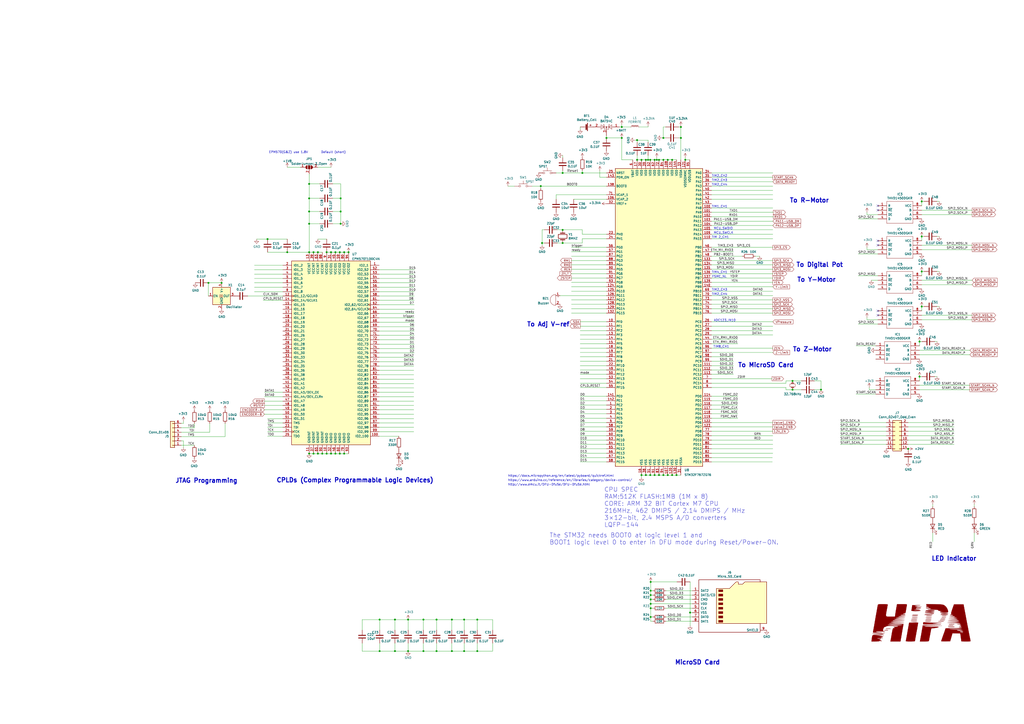
<source format=kicad_sch>
(kicad_sch (version 20211123) (generator eeschema)
  (paper "A2")
  (title_block (title "Wafer Pre-Aligner") (date "2021-03-09") (rev "1.0") (company "JPT Electronics"))
  (lib_symbols
    (symbol "CPLD_Altera:EPM570T100" (pin_names (offset 1.016))
      (property "Reference" "U" (at 12.7 54.61 0))
      (property "Value" "EPM570T100" (at 12.7 -54.61 0))
      (symbol "EPM570T100_1_1"
        (pin bidirectional line (at 27.94 50.8 180) (length 5.08) (name "IO2_1") (number "1"))
        (pin power_in line (at -2.54 -58.42 90) (length 5.08) (name "GNDIO") (number "10"))
        (pin bidirectional line (at 27.94 -48.26 180) (length 5.08) (name "IO2_100") (number "100"))
        (pin power_in line (at -12.7 -58.42 90) (length 5.08) (name "GNDINT") (number "11"))
        (pin bidirectional clock (at -27.94 33.02 0) (length 5.08) (name "IO1_12/GCLK0") (number "12"))
        (pin power_in line (at -12.7 58.42 270) (length 5.08) (name "VCCINT") (number "13"))
        (pin bidirectional clock (at -27.94 30.48 0) (length 5.08) (name "IO1_14/GCLK1") (number "14"))
        (pin bidirectional line (at -27.94 27.94 0) (length 5.08) (name "IO1_15") (number "15"))
        (pin bidirectional line (at -27.94 25.4 0) (length 5.08) (name "IO1_16") (number "16"))
        (pin bidirectional line (at -27.94 22.86 0) (length 5.08) (name "IO1_17") (number "17"))
        (pin bidirectional line (at -27.94 20.32 0) (length 5.08) (name "IO1_18") (number "18"))
        (pin bidirectional line (at -27.94 17.78 0) (length 5.08) (name "IO1_19") (number "19"))
        (pin bidirectional line (at -27.94 50.8 0) (length 5.08) (name "IO1_2") (number "2"))
        (pin bidirectional line (at -27.94 15.24 0) (length 5.08) (name "IO1_20") (number "20"))
        (pin bidirectional line (at -27.94 12.7 0) (length 5.08) (name "IO1_21") (number "21"))
        (pin input line (at -27.94 -40.64 0) (length 5.08) (name "TMS") (number "22"))
        (pin input line (at -27.94 -43.18 0) (length 5.08) (name "TDI") (number "23"))
        (pin input clock (at -27.94 -45.72 0) (length 5.08) (name "TCK") (number "24"))
        (pin output line (at -27.94 -48.26 0) (length 5.08) (name "TDO") (number "25"))
        (pin bidirectional line (at -27.94 10.16 0) (length 5.08) (name "IO1_26") (number "26"))
        (pin bidirectional line (at -27.94 7.62 0) (length 5.08) (name "IO1_27") (number "27"))
        (pin bidirectional line (at -27.94 5.08 0) (length 5.08) (name "IO1_28") (number "28"))
        (pin bidirectional line (at -27.94 2.54 0) (length 5.08) (name "IO1_29") (number "29"))
        (pin bidirectional line (at -27.94 48.26 0) (length 5.08) (name "IO1_3") (number "3"))
        (pin bidirectional line (at -27.94 0 0) (length 5.08) (name "IO1_30") (number "30"))
        (pin power_in line (at 0 58.42 270) (length 5.08) (name "VCCIO1") (number "31"))
        (pin power_in line (at 0 -58.42 90) (length 5.08) (name "GNDIO") (number "32"))
        (pin bidirectional line (at -27.94 -2.54 0) (length 5.08) (name "IO1_33") (number "33"))
        (pin bidirectional line (at -27.94 -5.08 0) (length 5.08) (name "IO1_34") (number "34"))
        (pin bidirectional line (at -27.94 -7.62 0) (length 5.08) (name "IO1_35") (number "35"))
        (pin bidirectional line (at -27.94 -10.16 0) (length 5.08) (name "IO1_36") (number "36"))
        (pin power_in line (at -10.16 -58.42 90) (length 5.08) (name "GNDINT") (number "37"))
        (pin bidirectional line (at -27.94 -12.7 0) (length 5.08) (name "IO1_38") (number "38"))
        (pin power_in line (at -10.16 58.42 270) (length 5.08) (name "VCCINT") (number "39"))
        (pin bidirectional line (at -27.94 45.72 0) (length 5.08) (name "IO1_4") (number "4"))
        (pin bidirectional line (at -27.94 -15.24 0) (length 5.08) (name "IO1_40") (number "40"))
        (pin bidirectional line (at -27.94 -17.78 0) (length 5.08) (name "IO1_41") (number "41"))
        (pin bidirectional line (at -27.94 -20.32 0) (length 5.08) (name "IO1_42") (number "42"))
        (pin bidirectional line (at -27.94 -22.86 0) (length 5.08) (name "IO1_43/DEV_OE") (number "43"))
        (pin bidirectional line (at -27.94 -25.4 0) (length 5.08) (name "IO1_44/DEV_CLRn") (number "44"))
        (pin power_in line (at 2.54 58.42 270) (length 5.08) (name "VCCIO1") (number "45"))
        (pin power_in line (at 2.54 -58.42 90) (length 5.08) (name "GNDIO") (number "46"))
        (pin bidirectional line (at -27.94 -27.94 0) (length 5.08) (name "IO1_47") (number "47"))
        (pin bidirectional line (at -27.94 -30.48 0) (length 5.08) (name "IO1_48") (number "48"))
        (pin bidirectional line (at -27.94 -33.02 0) (length 5.08) (name "IO1_49") (number "49"))
        (pin bidirectional line (at -27.94 43.18 0) (length 5.08) (name "IO1_5") (number "5"))
        (pin bidirectional line (at -27.94 -35.56 0) (length 5.08) (name "IO1_50") (number "50"))
        (pin bidirectional line (at -27.94 -38.1 0) (length 5.08) (name "IO1_51") (number "51"))
        (pin bidirectional line (at 27.94 48.26 180) (length 5.08) (name "IO2_52") (number "52"))
        (pin bidirectional line (at 27.94 45.72 180) (length 5.08) (name "IO2_53") (number "53"))
        (pin bidirectional line (at 27.94 43.18 180) (length 5.08) (name "IO2_54") (number "54"))
        (pin bidirectional line (at 27.94 40.64 180) (length 5.08) (name "IO2_55") (number "55"))
        (pin bidirectional line (at 27.94 38.1 180) (length 5.08) (name "IO2_56") (number "56"))
        (pin bidirectional line (at 27.94 35.56 180) (length 5.08) (name "IO2_57") (number "57"))
        (pin bidirectional line (at 27.94 33.02 180) (length 5.08) (name "IO2_58") (number "58"))
        (pin power_in line (at 5.08 58.42 270) (length 5.08) (name "VCCIO2") (number "59"))
        (pin bidirectional line (at -27.94 40.64 0) (length 5.08) (name "IO1_6") (number "6"))
        (pin power_in line (at 5.08 -58.42 90) (length 5.08) (name "GNDIO") (number "60"))
        (pin bidirectional line (at 27.94 30.48 180) (length 5.08) (name "IO2_61") (number "61"))
        (pin bidirectional clock (at 27.94 27.94 180) (length 5.08) (name "IO2_62/GCLK2") (number "62"))
        (pin power_in line (at -7.62 58.42 270) (length 5.08) (name "VCCINT") (number "63"))
        (pin bidirectional clock (at 27.94 25.4 180) (length 5.08) (name "IO2_64/GCLK3") (number "64"))
        (pin power_in line (at -7.62 -58.42 90) (length 5.08) (name "GNDINT") (number "65"))
        (pin bidirectional line (at 27.94 22.86 180) (length 5.08) (name "IO2_66") (number "66"))
        (pin bidirectional line (at 27.94 20.32 180) (length 5.08) (name "IO2_67") (number "67"))
        (pin bidirectional line (at 27.94 17.78 180) (length 5.08) (name "IO2_68") (number "68"))
        (pin bidirectional line (at 27.94 15.24 180) (length 5.08) (name "IO2_69") (number "69"))
        (pin bidirectional line (at -27.94 38.1 0) (length 5.08) (name "IO1_7") (number "7"))
        (pin bidirectional line (at 27.94 12.7 180) (length 5.08) (name "IO2_70") (number "70"))
        (pin bidirectional line (at 27.94 10.16 180) (length 5.08) (name "IO2_71") (number "71"))
        (pin bidirectional line (at 27.94 7.62 180) (length 5.08) (name "IO2_72") (number "72"))
        (pin bidirectional line (at 27.94 5.08 180) (length 5.08) (name "IO2_73") (number "73"))
        (pin bidirectional line (at 27.94 2.54 180) (length 5.08) (name "IO2_74") (number "74"))
        (pin bidirectional line (at 27.94 0 180) (length 5.08) (name "IO2_75") (number "75"))
        (pin bidirectional line (at 27.94 -2.54 180) (length 5.08) (name "IO2_76") (number "76"))
        (pin bidirectional line (at 27.94 -5.08 180) (length 5.08) (name "IO2_77") (number "77"))
        (pin bidirectional line (at 27.94 -7.62 180) (length 5.08) (name "IO2_78") (number "78"))
        (pin power_in line (at 7.62 -58.42 90) (length 5.08) (name "GNDIO") (number "79"))
        (pin bidirectional line (at -27.94 35.56 0) (length 5.08) (name "IO1_8") (number "8"))
        (pin power_in line (at 7.62 58.42 270) (length 5.08) (name "VCCIO2") (number "80"))
        (pin bidirectional line (at 27.94 -10.16 180) (length 5.08) (name "IO2_81") (number "81"))
        (pin bidirectional line (at 27.94 -12.7 180) (length 5.08) (name "IO2_82") (number "82"))
        (pin bidirectional line (at 27.94 -15.24 180) (length 5.08) (name "IO2_83") (number "83"))
        (pin bidirectional line (at 27.94 -17.78 180) (length 5.08) (name "IO2_84") (number "84"))
        (pin bidirectional line (at 27.94 -20.32 180) (length 5.08) (name "IO2_85") (number "85"))
        (pin bidirectional line (at 27.94 -22.86 180) (length 5.08) (name "IO2_86") (number "86"))
        (pin bidirectional line (at 27.94 -25.4 180) (length 5.08) (name "IO2_87") (number "87"))
        (pin power_in line (at -5.08 58.42 270) (length 5.08) (name "VCCINT") (number "88"))
        (pin bidirectional line (at 27.94 -27.94 180) (length 5.08) (name "IO2_89") (number "89"))
        (pin power_in line (at -2.54 58.42 270) (length 5.08) (name "VCCIO1") (number "9"))
        (pin power_in line (at -5.08 -58.42 90) (length 5.08) (name "GNDINT") (number "90"))
        (pin bidirectional line (at 27.94 -30.48 180) (length 5.08) (name "IO2_91") (number "91"))
        (pin bidirectional line (at 27.94 -33.02 180) (length 5.08) (name "IO2_92") (number "92"))
        (pin power_in line (at 10.16 -58.42 90) (length 5.08) (name "GNDIO") (number "93"))
        (pin power_in line (at 10.16 58.42 270) (length 5.08) (name "VCCIO2") (number "94"))
        (pin bidirectional line (at 27.94 -35.56 180) (length 5.08) (name "IO2_95") (number "95"))
        (pin bidirectional line (at 27.94 -38.1 180) (length 5.08) (name "IO2_96") (number "96"))
        (pin bidirectional line (at 27.94 -40.64 180) (length 5.08) (name "IO2_97") (number "97"))
        (pin bidirectional line (at 27.94 -43.18 180) (length 5.08) (name "IO2_98") (number "98"))
        (pin bidirectional line (at 27.94 -45.72 180) (length 5.08) (name "IO2_99") (number "99"))
      )
    )
    (symbol "Connector:Micro_SD_Card" (pin_names (offset 1.016))
      (property "Reference" "J" (at -16.51 15.24 0))
      (property "Value" "Micro_SD_Card" (at 16.51 15.24 0))
      (symbol "Micro_SD_Card_1_1"
        (pin bidirectional line (at -22.86 7.62 0) (length 3.81) (name "DAT2") (number "1"))
        (pin bidirectional line (at -22.86 5.08 0) (length 3.81) (name "DAT3/CD") (number "2"))
        (pin input line (at -22.86 2.54 0) (length 3.81) (name "CMD") (number "3"))
        (pin power_in line (at -22.86 0 0) (length 3.81) (name "VDD") (number "4"))
        (pin input line (at -22.86 -2.54 0) (length 3.81) (name "CLK") (number "5"))
        (pin power_in line (at -22.86 -5.08 0) (length 3.81) (name "VSS") (number "6"))
        (pin bidirectional line (at -22.86 -7.62 0) (length 3.81) (name "DAT0") (number "7"))
        (pin bidirectional line (at -22.86 -10.16 0) (length 3.81) (name "DAT1") (number "8"))
        (pin passive line (at 20.32 -15.24 180) (length 3.81) (name "SHIELD") (number "9"))
      )
    )
    (symbol "Connector_Generic:Conn_01x06" (pin_names (offset 1.016) hide)
      (property "Reference" "J" (at 0 7.62 0))
      (property "Value" "Conn_01x06" (at 0 -10.16 0))
      (symbol "Conn_01x06_1_1"
        (pin passive line (at -5.08 5.08 0) (length 3.81) (name "Pin_1") (number "1"))
        (pin passive line (at -5.08 2.54 0) (length 3.81) (name "Pin_2") (number "2"))
        (pin passive line (at -5.08 0 0) (length 3.81) (name "Pin_3") (number "3"))
        (pin passive line (at -5.08 -2.54 0) (length 3.81) (name "Pin_4") (number "4"))
        (pin passive line (at -5.08 -5.08 0) (length 3.81) (name "Pin_5") (number "5"))
        (pin passive line (at -5.08 -7.62 0) (length 3.81) (name "Pin_6") (number "6"))
      )
    )
    (symbol "Connector_Generic:Conn_02x07_Odd_Even" (pin_names (offset 1.016) hide)
      (property "Reference" "J" (at 1.27 10.16 0))
      (property "Value" "Conn_02x07_Odd_Even" (at 1.27 -10.16 0))
      (symbol "Conn_02x07_Odd_Even_1_1"
        (pin passive line (at -5.08 7.62 0) (length 3.81) (name "Pin_1") (number "1"))
        (pin passive line (at 7.62 -2.54 180) (length 3.81) (name "Pin_10") (number "10"))
        (pin passive line (at -5.08 -5.08 0) (length 3.81) (name "Pin_11") (number "11"))
        (pin passive line (at 7.62 -5.08 180) (length 3.81) (name "Pin_12") (number "12"))
        (pin passive line (at -5.08 -7.62 0) (length 3.81) (name "Pin_13") (number "13"))
        (pin passive line (at 7.62 -7.62 180) (length 3.81) (name "Pin_14") (number "14"))
        (pin passive line (at 7.62 7.62 180) (length 3.81) (name "Pin_2") (number "2"))
        (pin passive line (at -5.08 5.08 0) (length 3.81) (name "Pin_3") (number "3"))
        (pin passive line (at 7.62 5.08 180) (length 3.81) (name "Pin_4") (number "4"))
        (pin passive line (at -5.08 2.54 0) (length 3.81) (name "Pin_5") (number "5"))
        (pin passive line (at 7.62 2.54 180) (length 3.81) (name "Pin_6") (number "6"))
        (pin passive line (at -5.08 0 0) (length 3.81) (name "Pin_7") (number "7"))
        (pin passive line (at 7.62 0 180) (length 3.81) (name "Pin_8") (number "8"))
        (pin passive line (at -5.08 -2.54 0) (length 3.81) (name "Pin_9") (number "9"))
      )
    )
    (symbol "Device:Battery_Cell" (pin_numbers hide) (pin_names (offset 0) hide)
      (property "Reference" "BT" (at 2.54 2.54 0))
      (property "Value" "Battery_Cell" (at 2.54 0 0))
      (symbol "Battery_Cell_1_1"
        (pin passive line (at 0 5.08 270) (length 2.54) (name "+") (number "1"))
        (pin passive line (at 0 -2.54 90) (length 2.54) (name "-") (number "2"))
      )
    )
    (symbol "Device:Buzzer" (pin_names (offset 0.0254) hide)
      (property "Reference" "BZ" (at 3.81 1.27 0))
      (property "Value" "Buzzer" (at 3.81 -1.27 0))
      (symbol "Buzzer_1_1"
        (pin passive line (at -2.54 2.54 0) (length 2.54) (name "-") (number "1"))
        (pin passive line (at -2.54 -2.54 0) (length 2.54) (name "+") (number "2"))
      )
    )
    (symbol "Device:C" (pin_numbers hide) (pin_names (offset 0.254))
      (property "Reference" "C" (at 0.635 2.54 0))
      (property "Value" "C" (at 0.635 -2.54 0))
      (symbol "C_1_1"
        (pin passive line (at 0 3.81 270) (length 2.794) (name "~") (number "1"))
        (pin passive line (at 0 -3.81 90) (length 2.794) (name "~") (number "2"))
      )
    )
    (symbol "Device:Crystal" (pin_numbers hide) (pin_names (offset 1.016) hide)
      (property "Reference" "Y" (at 0 3.81 0))
      (property "Value" "Crystal" (at 0 -3.81 0))
      (symbol "Crystal_1_1"
        (pin passive line (at -3.81 0 0) (length 1.27) (name "1") (number "1"))
        (pin passive line (at 3.81 0 180) (length 1.27) (name "2") (number "2"))
      )
    )
    (symbol "Device:Crystal_Small" (pin_numbers hide) (pin_names (offset 1.016) hide)
      (property "Reference" "Y" (at 0 2.54 0))
      (property "Value" "Crystal_Small" (at 0 -2.54 0))
      (symbol "Crystal_Small_1_1"
        (pin passive line (at -2.54 0 0) (length 1.27) (name "1") (number "1"))
        (pin passive line (at 2.54 0 180) (length 1.27) (name "2") (number "2"))
      )
    )
    (symbol "Device:LED" (pin_numbers hide) (pin_names (offset 1.016) hide)
      (property "Reference" "D" (at 0 2.54 0))
      (property "Value" "LED" (at 0 -2.54 0))
      (symbol "LED_1_1"
        (pin passive line (at -3.81 0 0) (length 2.54) (name "K") (number "1"))
        (pin passive line (at 3.81 0 180) (length 2.54) (name "A") (number "2"))
      )
    )
    (symbol "Device:L_Core_Ferrite_Small" (pin_numbers hide) (pin_names (offset 0.254) hide)
      (property "Reference" "L" (at 1.27 1.016 0))
      (property "Value" "Device_L_Core_Ferrite_Small" (at 1.27 -1.27 0))
      (symbol "L_Core_Ferrite_Small_1_1"
        (pin passive line (at 0 2.54 270) (length 0.508) (name "~") (number "1"))
        (pin passive line (at 0 -2.54 90) (length 0.508) (name "~") (number "2"))
      )
    )
    (symbol "Device:R" (pin_numbers hide) (pin_names (offset 0))
      (property "Reference" "R" (at 2.032 0 90))
      (property "Value" "R" (at 0 0 90))
      (symbol "R_1_1"
        (pin passive line (at 0 3.81 270) (length 1.27) (name "~") (number "1"))
        (pin passive line (at 0 -3.81 90) (length 1.27) (name "~") (number "2"))
      )
    )
    (symbol "Diode:BAT54C" (pin_names (offset 1.016))
      (property "Reference" "D" (at 0.635 -3.81 0))
      (property "Value" "BAT54C" (at -6.35 3.175 0))
      (symbol "BAT54C_1_1"
        (pin passive line (at -7.62 0 0) (length 3.81) (name "~") (number "1"))
        (pin passive line (at 7.62 0 180) (length 3.81) (name "~") (number "2"))
        (pin passive line (at 0 -5.08 90) (length 5.08) (name "~") (number "3"))
      )
    )
    (symbol "Jumper:SolderJumper_3_Open" (pin_names (offset 0) hide)
      (property "Reference" "JP" (at -2.54 -2.54 0))
      (property "Value" "SolderJumper_3_Open" (at 0 2.794 0))
      (symbol "SolderJumper_3_Open_1_1"
        (pin passive line (at -5.08 0 0) (length 2.54) (name "A") (number "1"))
        (pin input line (at 0 -3.81 90) (length 2.54) (name "C") (number "2"))
        (pin passive line (at 5.08 0 180) (length 2.54) (name "B") (number "3"))
      )
    )
    (symbol "MCU_ST_STM32F7:STM32F767ZGTx"
      (property "Reference" "U" (at -25.4 87.63 0))
      (property "Value" "STM32F767ZGTx" (at 20.32 87.63 0))
      (symbol "STM32F767ZGTx_1_1"
        (pin bidirectional line (at -30.48 -50.8 0) (length 5.08) (name "PE2") (number "1"))
        (pin bidirectional line (at -30.48 -2.54 0) (length 5.08) (name "PF0") (number "10"))
        (pin bidirectional line (at 30.48 63.5 180) (length 5.08) (name "PA8") (number "100"))
        (pin bidirectional line (at 30.48 60.96 180) (length 5.08) (name "PA9") (number "101"))
        (pin bidirectional line (at 30.48 58.42 180) (length 5.08) (name "PA10") (number "102"))
        (pin bidirectional line (at 30.48 55.88 180) (length 5.08) (name "PA11") (number "103"))
        (pin bidirectional line (at 30.48 53.34 180) (length 5.08) (name "PA12") (number "104"))
        (pin bidirectional line (at 30.48 50.8 180) (length 5.08) (name "PA13") (number "105"))
        (pin power_in line (at -30.48 68.58 0) (length 5.08) (name "VCAP_2") (number "106"))
        (pin power_in line (at 5.08 -91.44 90) (length 5.08) (name "VSS") (number "107"))
        (pin power_in line (at 5.08 91.44 270) (length 5.08) (name "VDD") (number "108"))
        (pin bidirectional line (at 30.48 48.26 180) (length 5.08) (name "PA14") (number "109"))
        (pin bidirectional line (at -30.48 -5.08 0) (length 5.08) (name "PF1") (number "11"))
        (pin bidirectional line (at 30.48 45.72 180) (length 5.08) (name "PA15") (number "110"))
        (pin bidirectional line (at 30.48 -27.94 180) (length 5.08) (name "PC10") (number "111"))
        (pin bidirectional line (at 30.48 -30.48 180) (length 5.08) (name "PC11") (number "112"))
        (pin bidirectional line (at 30.48 -33.02 180) (length 5.08) (name "PC12") (number "113"))
        (pin bidirectional line (at 30.48 -45.72 180) (length 5.08) (name "PD0") (number "114"))
        (pin bidirectional line (at 30.48 -48.26 180) (length 5.08) (name "PD1") (number "115"))
        (pin bidirectional line (at 30.48 -50.8 180) (length 5.08) (name "PD2") (number "116"))
        (pin bidirectional line (at 30.48 -53.34 180) (length 5.08) (name "PD3") (number "117"))
        (pin bidirectional line (at 30.48 -55.88 180) (length 5.08) (name "PD4") (number "118"))
        (pin bidirectional line (at 30.48 -58.42 180) (length 5.08) (name "PD5") (number "119"))
        (pin bidirectional line (at -30.48 -7.62 0) (length 5.08) (name "PF2") (number "12"))
        (pin power_in line (at 7.62 -91.44 90) (length 5.08) (name "VSS") (number "120"))
        (pin power_in line (at 15.24 91.44 270) (length 5.08) (name "VDDSDMMC") (number "121"))
        (pin bidirectional line (at 30.48 -60.96 180) (length 5.08) (name "PD6") (number "122"))
        (pin bidirectional line (at 30.48 -63.5 180) (length 5.08) (name "PD7") (number "123"))
        (pin bidirectional line (at -30.48 17.78 0) (length 5.08) (name "PG9") (number "124"))
        (pin bidirectional line (at -30.48 15.24 0) (length 5.08) (name "PG10") (number "125"))
        (pin bidirectional line (at -30.48 12.7 0) (length 5.08) (name "PG11") (number "126"))
        (pin bidirectional line (at -30.48 10.16 0) (length 5.08) (name "PG12") (number "127"))
        (pin bidirectional line (at -30.48 7.62 0) (length 5.08) (name "PG13") (number "128"))
        (pin bidirectional line (at -30.48 5.08 0) (length 5.08) (name "PG14") (number "129"))
        (pin bidirectional line (at -30.48 -10.16 0) (length 5.08) (name "PF3") (number "13"))
        (pin power_in line (at 10.16 -91.44 90) (length 5.08) (name "VSS") (number "130"))
        (pin power_in line (at 7.62 91.44 270) (length 5.08) (name "VDD") (number "131"))
        (pin bidirectional line (at -30.48 2.54 0) (length 5.08) (name "PG15") (number "132"))
        (pin bidirectional line (at 30.48 33.02 180) (length 5.08) (name "PB3") (number "133"))
        (pin bidirectional line (at 30.48 30.48 180) (length 5.08) (name "PB4") (number "134"))
        (pin bidirectional line (at 30.48 27.94 180) (length 5.08) (name "PB5") (number "135"))
        (pin bidirectional line (at 30.48 25.4 180) (length 5.08) (name "PB6") (number "136"))
        (pin bidirectional line (at 30.48 22.86 180) (length 5.08) (name "PB7") (number "137"))
        (pin input line (at -30.48 76.2 0) (length 5.08) (name "BOOT0") (number "138"))
        (pin bidirectional line (at 30.48 20.32 180) (length 5.08) (name "PB8") (number "139"))
        (pin bidirectional line (at -30.48 -12.7 0) (length 5.08) (name "PF4") (number "14"))
        (pin bidirectional line (at 30.48 17.78 180) (length 5.08) (name "PB9") (number "140"))
        (pin bidirectional line (at -30.48 -45.72 0) (length 5.08) (name "PE0") (number "141"))
        (pin bidirectional line (at -30.48 -48.26 0) (length 5.08) (name "PE1") (number "142"))
        (pin input line (at -30.48 81.28 0) (length 5.08) (name "PDR_ON") (number "143"))
        (pin power_in line (at 10.16 91.44 270) (length 5.08) (name "VDD") (number "144"))
        (pin bidirectional line (at -30.48 -15.24 0) (length 5.08) (name "PF5") (number "15"))
        (pin power_in line (at -10.16 -91.44 90) (length 5.08) (name "VSS") (number "16"))
        (pin power_in line (at -12.7 91.44 270) (length 5.08) (name "VDD") (number "17"))
        (pin bidirectional line (at -30.48 -17.78 0) (length 5.08) (name "PF6") (number "18"))
        (pin bidirectional line (at -30.48 -20.32 0) (length 5.08) (name "PF7") (number "19"))
        (pin bidirectional line (at -30.48 -53.34 0) (length 5.08) (name "PE3") (number "2"))
        (pin bidirectional line (at -30.48 -22.86 0) (length 5.08) (name "PF8") (number "20"))
        (pin bidirectional line (at -30.48 -25.4 0) (length 5.08) (name "PF9") (number "21"))
        (pin bidirectional line (at -30.48 -27.94 0) (length 5.08) (name "PF10") (number "22"))
        (pin input line (at -30.48 48.26 0) (length 5.08) (name "PH0") (number "23"))
        (pin input line (at -30.48 45.72 0) (length 5.08) (name "PH1") (number "24"))
        (pin input line (at -30.48 83.82 0) (length 5.08) (name "NRST") (number "25"))
        (pin bidirectional line (at 30.48 -2.54 180) (length 5.08) (name "PC0") (number "26"))
        (pin bidirectional line (at 30.48 -5.08 180) (length 5.08) (name "PC1") (number "27"))
        (pin bidirectional line (at 30.48 -7.62 180) (length 5.08) (name "PC2") (number "28"))
        (pin bidirectional line (at 30.48 -10.16 180) (length 5.08) (name "PC3") (number "29"))
        (pin bidirectional line (at -30.48 -55.88 0) (length 5.08) (name "PE4") (number "3"))
        (pin power_in line (at -10.16 91.44 270) (length 5.08) (name "VDD") (number "30"))
        (pin power_in line (at 12.7 -91.44 90) (length 5.08) (name "VSSA") (number "31"))
        (pin power_in line (at -30.48 66.04 0) (length 5.08) (name "VREF+") (number "32"))
        (pin power_in line (at 12.7 91.44 270) (length 5.08) (name "VDDA") (number "33"))
        (pin bidirectional line (at 30.48 83.82 180) (length 5.08) (name "PA0") (number "34"))
        (pin bidirectional line (at 30.48 81.28 180) (length 5.08) (name "PA1") (number "35"))
        (pin bidirectional line (at 30.48 78.74 180) (length 5.08) (name "PA2") (number "36"))
        (pin bidirectional line (at 30.48 76.2 180) (length 5.08) (name "PA3") (number "37"))
        (pin power_in line (at -7.62 -91.44 90) (length 5.08) (name "VSS") (number "38"))
        (pin power_in line (at -7.62 91.44 270) (length 5.08) (name "VDD") (number "39"))
        (pin bidirectional line (at -30.48 -58.42 0) (length 5.08) (name "PE5") (number "4"))
        (pin bidirectional line (at 30.48 73.66 180) (length 5.08) (name "PA4") (number "40"))
        (pin bidirectional line (at 30.48 71.12 180) (length 5.08) (name "PA5") (number "41"))
        (pin bidirectional line (at 30.48 68.58 180) (length 5.08) (name "PA6") (number "42"))
        (pin bidirectional line (at 30.48 66.04 180) (length 5.08) (name "PA7") (number "43"))
        (pin bidirectional line (at 30.48 -12.7 180) (length 5.08) (name "PC4") (number "44"))
        (pin bidirectional line (at 30.48 -15.24 180) (length 5.08) (name "PC5") (number "45"))
        (pin bidirectional line (at 30.48 40.64 180) (length 5.08) (name "PB0") (number "46"))
        (pin bidirectional line (at 30.48 38.1 180) (length 5.08) (name "PB1") (number "47"))
        (pin bidirectional line (at 30.48 35.56 180) (length 5.08) (name "PB2") (number "48"))
        (pin bidirectional line (at -30.48 -30.48 0) (length 5.08) (name "PF11") (number "49"))
        (pin bidirectional line (at -30.48 -60.96 0) (length 5.08) (name "PE6") (number "5"))
        (pin bidirectional line (at -30.48 -33.02 0) (length 5.08) (name "PF12") (number "50"))
        (pin power_in line (at -5.08 -91.44 90) (length 5.08) (name "VSS") (number "51"))
        (pin power_in line (at -5.08 91.44 270) (length 5.08) (name "VDD") (number "52"))
        (pin bidirectional line (at -30.48 -35.56 0) (length 5.08) (name "PF13") (number "53"))
        (pin bidirectional line (at -30.48 -38.1 0) (length 5.08) (name "PF14") (number "54"))
        (pin bidirectional line (at -30.48 -40.64 0) (length 5.08) (name "PF15") (number "55"))
        (pin bidirectional line (at -30.48 40.64 0) (length 5.08) (name "PG0") (number "56"))
        (pin bidirectional line (at -30.48 38.1 0) (length 5.08) (name "PG1") (number "57"))
        (pin bidirectional line (at -30.48 -63.5 0) (length 5.08) (name "PE7") (number "58"))
        (pin bidirectional line (at -30.48 -66.04 0) (length 5.08) (name "PE8") (number "59"))
        (pin power_in line (at -15.24 91.44 270) (length 5.08) (name "VBAT") (number "6"))
        (pin bidirectional line (at -30.48 -68.58 0) (length 5.08) (name "PE9") (number "60"))
        (pin power_in line (at -2.54 -91.44 90) (length 5.08) (name "VSS") (number "61"))
        (pin power_in line (at -2.54 91.44 270) (length 5.08) (name "VDD") (number "62"))
        (pin bidirectional line (at -30.48 -71.12 0) (length 5.08) (name "PE10") (number "63"))
        (pin bidirectional line (at -30.48 -73.66 0) (length 5.08) (name "PE11") (number "64"))
        (pin bidirectional line (at -30.48 -76.2 0) (length 5.08) (name "PE12") (number "65"))
        (pin bidirectional line (at -30.48 -78.74 0) (length 5.08) (name "PE13") (number "66"))
        (pin bidirectional line (at -30.48 -81.28 0) (length 5.08) (name "PE14") (number "67"))
        (pin bidirectional line (at -30.48 -83.82 0) (length 5.08) (name "PE15") (number "68"))
        (pin bidirectional line (at 30.48 15.24 180) (length 5.08) (name "PB10") (number "69"))
        (pin bidirectional line (at 30.48 -35.56 180) (length 5.08) (name "PC13") (number "7"))
        (pin bidirectional line (at 30.48 12.7 180) (length 5.08) (name "PB11") (number "70"))
        (pin power_in line (at -30.48 71.12 0) (length 5.08) (name "VCAP_1") (number "71"))
        (pin power_in line (at 0 91.44 270) (length 5.08) (name "VDD") (number "72"))
        (pin bidirectional line (at 30.48 10.16 180) (length 5.08) (name "PB12") (number "73"))
        (pin bidirectional line (at 30.48 7.62 180) (length 5.08) (name "PB13") (number "74"))
        (pin bidirectional line (at 30.48 5.08 180) (length 5.08) (name "PB14") (number "75"))
        (pin bidirectional line (at 30.48 2.54 180) (length 5.08) (name "PB15") (number "76"))
        (pin bidirectional line (at 30.48 -66.04 180) (length 5.08) (name "PD8") (number "77"))
        (pin bidirectional line (at 30.48 -68.58 180) (length 5.08) (name "PD9") (number "78"))
        (pin bidirectional line (at 30.48 -71.12 180) (length 5.08) (name "PD10") (number "79"))
        (pin bidirectional line (at 30.48 -38.1 180) (length 5.08) (name "PC14") (number "8"))
        (pin bidirectional line (at 30.48 -73.66 180) (length 5.08) (name "PD11") (number "80"))
        (pin bidirectional line (at 30.48 -76.2 180) (length 5.08) (name "PD12") (number "81"))
        (pin bidirectional line (at 30.48 -78.74 180) (length 5.08) (name "PD13") (number "82"))
        (pin power_in line (at 0 -91.44 90) (length 5.08) (name "VSS") (number "83"))
        (pin power_in line (at 2.54 91.44 270) (length 5.08) (name "VDD") (number "84"))
        (pin bidirectional line (at 30.48 -81.28 180) (length 5.08) (name "PD14") (number "85"))
        (pin bidirectional line (at 30.48 -83.82 180) (length 5.08) (name "PD15") (number "86"))
        (pin bidirectional line (at -30.48 35.56 0) (length 5.08) (name "PG2") (number "87"))
        (pin bidirectional line (at -30.48 33.02 0) (length 5.08) (name "PG3") (number "88"))
        (pin bidirectional line (at -30.48 30.48 0) (length 5.08) (name "PG4") (number "89"))
        (pin bidirectional line (at 30.48 -40.64 180) (length 5.08) (name "PC15") (number "9"))
        (pin bidirectional line (at -30.48 27.94 0) (length 5.08) (name "PG5") (number "90"))
        (pin bidirectional line (at -30.48 25.4 0) (length 5.08) (name "PG6") (number "91"))
        (pin bidirectional line (at -30.48 22.86 0) (length 5.08) (name "PG7") (number "92"))
        (pin bidirectional line (at -30.48 20.32 0) (length 5.08) (name "PG8") (number "93"))
        (pin power_in line (at 2.54 -91.44 90) (length 5.08) (name "VSS") (number "94"))
        (pin power_in line (at 17.78 91.44 270) (length 5.08) (name "VDDUSB") (number "95"))
        (pin bidirectional line (at 30.48 -17.78 180) (length 5.08) (name "PC6") (number "96"))
        (pin bidirectional line (at 30.48 -20.32 180) (length 5.08) (name "PC7") (number "97"))
        (pin bidirectional line (at 30.48 -22.86 180) (length 5.08) (name "PC8") (number "98"))
        (pin bidirectional line (at 30.48 -25.4 180) (length 5.08) (name "PC9") (number "99"))
      )
    )
    (symbol "Oscillator:Oscillator" (pin_names (offset 0.254))
      (property "Reference" "X" (at -5.08 6.35 0))
      (property "Value" "Oscillator" (at 1.27 -6.35 0))
      (symbol "Oscillator_1_1"
        (pin input line (at -7.62 0 0) (length 2.54) (name "EN") (number "1"))
        (pin power_in line (at 0 -7.62 90) (length 2.54) (name "GND") (number "2"))
        (pin output line (at 7.62 0 180) (length 2.54) (name "OUT") (number "3"))
        (pin power_in line (at 0 7.62 270) (length 2.54) (name "V+") (number "4"))
      )
    )
    (symbol "Pre-Aligner-rescue:LOGO-LOGO-Pre-Aligner-rescue" (pin_names (offset 1.016)))
    (symbol "Switch:SW_Push" (pin_numbers hide) (pin_names (offset 1.016) hide)
      (property "Reference" "SW" (at 1.27 2.54 0))
      (property "Value" "SW_Push" (at 0 -1.524 0))
      (symbol "SW_Push_0_1"
        (pin passive line (at -5.08 0 0) (length 2.54) (name "1") (number "1"))
        (pin passive line (at 5.08 0 180) (length 2.54) (name "2") (number "2"))
      )
    )
    (symbol "THVD1450DGKR:THVD1450DGKR" (pin_names (offset 0.762))
      (property "Reference" "IC" (at 21.59 7.62 0))
      (property "Value" "THVD1450DGKR" (at 21.59 5.08 0))
      (symbol "THVD1450DGKR_0_0"
        (pin passive line (at 0 0 0) (length 5.08) (name "R") (number "1"))
        (pin passive line (at 0 -2.54 0) (length 5.08) (name "~{RE}") (number "2"))
        (pin passive line (at 0 -5.08 0) (length 5.08) (name "DE") (number "3"))
        (pin passive line (at 0 -7.62 0) (length 5.08) (name "D") (number "4"))
        (pin passive line (at 25.4 -7.62 180) (length 5.08) (name "GND") (number "5"))
        (pin passive line (at 25.4 -5.08 180) (length 5.08) (name "A") (number "6"))
        (pin passive line (at 25.4 -2.54 180) (length 5.08) (name "B") (number "7"))
        (pin passive line (at 25.4 0 180) (length 5.08) (name "VCC") (number "8"))
      )
    )
    (symbol "power:+1V8" (power) (pin_names (offset 0))
      (property "Value" "+1V8" (at 0 3.556 0))
      (symbol "+1V8_1_1"
        (pin power_in line (at 0 0 90) (length 0) hide (name "+1V8") (number "1"))
      )
    )
    (symbol "power:+24V" (power) (pin_names (offset 0))
      (property "Value" "+24V" (at 0 3.556 0))
      (symbol "+24V_1_1"
        (pin power_in line (at 0 0 90) (length 0) hide (name "+24V") (number "1"))
      )
    )
    (symbol "power:+3.3V" (power) (pin_names (offset 0))
      (property "Value" "+3.3V" (at 0 3.556 0))
      (symbol "+3.3V_1_1"
        (pin power_in line (at 0 0 90) (length 0) hide (name "+3V3") (number "1"))
      )
    )
    (symbol "power:+3.3VA" (power) (pin_names (offset 0))
      (property "Value" "+3.3VA" (at 0 3.556 0))
      (symbol "+3.3VA_1_1"
        (pin power_in line (at 0 0 90) (length 0) hide (name "+3.3VA") (number "1"))
      )
    )
    (symbol "power:+3V3" (power) (pin_names (offset 0))
      (property "Value" "+3V3" (at 0 3.556 0))
      (symbol "+3V3_1_1"
        (pin power_in line (at 0 0 90) (length 0) hide (name "+3V3") (number "1"))
      )
    )
    (symbol "power:+BATT" (power) (pin_names (offset 0))
      (property "Value" "+BATT" (at 0 3.556 0))
      (symbol "+BATT_1_1"
        (pin power_in line (at 0 0 90) (length 0) hide (name "+BATT") (number "1"))
      )
    )
    (symbol "power:GND" (power) (pin_names (offset 0))
      (property "Value" "GND" (at 0 -3.81 0))
      (symbol "GND_1_1"
        (pin power_in line (at 0 0 270) (length 0) hide (name "GND") (number "1"))
      )
    )
  )
  (junction (at 194.564 146.304))
  (junction (at 360.68 80.01))
  (junction (at 236.728 377.698))
  (junction (at 199.644 263.144))
  (junction (at 262.128 359.41))
  (junction (at 526.796 260.35))
  (junction (at 128.524 164.084))
  (junction (at 374.65 92.71))
  (junction (at 179.324 115.062))
  (junction (at 389.89 92.71))
  (junction (at 534.67 116.84))
  (junction (at 337.82 100.33))
  (junction (at 377.444 357.886))
  (junction (at 379.73 275.59))
  (junction (at 179.324 263.144))
  (junction (at 372.11 275.59))
  (junction (at 387.35 92.71))
  (junction (at 179.324 106.68))
  (junction (at 199.644 146.304))
  (junction (at 369.57 81.28))
  (junction (at 229.108 377.698))
  (junction (at 179.324 146.304))
  (junction (at 166.624 146.304))
  (junction (at 229.108 359.41))
  (junction (at 377.444 347.726))
  (junction (at 192.024 263.144))
  (junction (at 181.864 146.304))
  (junction (at 384.81 92.71))
  (junction (at 245.618 359.41))
  (junction (at 220.218 359.41))
  (junction (at 184.404 146.304))
  (junction (at 120.904 164.084))
  (junction (at 381 92.71))
  (junction (at 253.238 377.698))
  (junction (at 377.444 342.646))
  (junction (at 186.944 263.144))
  (junction (at 377.19 92.71))
  (junction (at 360.68 73.66))
  (junction (at 351.79 80.01))
  (junction (at 197.104 263.144))
  (junction (at 377.444 352.806))
  (junction (at 313.69 107.95))
  (junction (at 400.304 355.346))
  (junction (at 394.97 73.66))
  (junction (at 326.39 133.35))
  (junction (at 389.89 275.59))
  (junction (at 269.24 377.698))
  (junction (at 194.564 263.144))
  (junction (at 375.92 92.71))
  (junction (at 476.25 226.06))
  (junction (at 197.612 122.682))
  (junction (at 459.74 226.06))
  (junction (at 379.73 92.71))
  (junction (at 184.404 263.144))
  (junction (at 197.104 146.304))
  (junction (at 533.4 198.12))
  (junction (at 326.39 140.97))
  (junction (at 189.484 263.144))
  (junction (at 192.024 146.304))
  (junction (at 372.11 92.71))
  (junction (at 387.35 275.59))
  (junction (at 179.324 122.682))
  (junction (at 459.74 220.98))
  (junction (at 392.43 275.59))
  (junction (at 394.97 80.01))
  (junction (at 397.51 92.71))
  (junction (at 384.81 80.01))
  (junction (at 374.65 275.59))
  (junction (at 326.39 100.33))
  (junction (at 534.67 157.48))
  (junction (at 534.67 177.8))
  (junction (at 534.67 137.16))
  (junction (at 197.612 129.794))
  (junction (at 245.618 377.698))
  (junction (at 533.4 218.44))
  (junction (at 253.238 359.41))
  (junction (at 181.864 263.144))
  (junction (at 236.728 359.41))
  (junction (at 179.324 129.794))
  (junction (at 189.484 146.304))
  (junction (at 382.27 275.59))
  (junction (at 369.57 92.71))
  (junction (at 276.86 359.41))
  (junction (at 269.24 359.41))
  (junction (at 382.27 92.71))
  (junction (at 377.444 337.566))
  (junction (at 202.184 146.304))
  (junction (at 377.444 350.266))
  (junction (at 276.86 377.698))
  (junction (at 377.444 345.186))
  (junction (at 197.612 115.062))
  (junction (at 262.128 377.698))
  (junction (at 220.218 377.698))
  (junction (at 155.194 138.684))
  (junction (at 314.452 140.97))
  (junction (at 384.81 275.59))
  (junction (at 377.19 275.59))
  (no_connect (at 509.27 180.34))
  (no_connect (at 509.27 121.92))
  (no_connect (at 509.27 142.24))
  (no_connect (at 509.27 119.38))
  (no_connect (at 509.27 182.88))
  (no_connect (at 509.27 139.7))
  (wire (pts (xy 219.964 194.564) (xy 240.284 194.564)))
  (wire (pts (xy 262.128 377.698) (xy 269.24 377.698)))
  (wire (pts (xy 269.24 359.41) (xy 269.24 365.506)))
  (wire (pts (xy 164.084 156.464) (xy 147.574 156.464)))
  (wire (pts (xy 337.82 138.43) (xy 337.82 140.97)))
  (wire (pts (xy 370.84 73.66) (xy 375.92 73.66)))
  (wire (pts (xy 412.75 255.27) (xy 448.31 255.27)))
  (wire (pts (xy 412.75 158.75) (xy 448.31 158.75)))
  (wire (pts (xy 336.55 186.69) (xy 351.79 186.69)))
  (wire (pts (xy 262.128 359.41) (xy 262.128 365.506)))
  (wire (pts (xy 164.084 164.084) (xy 147.574 164.084)))
  (wire (pts (xy 219.964 237.744) (xy 240.03 237.744)))
  (wire (pts (xy 105.156 253.238) (xy 130.556 253.238)))
  (wire (pts (xy 412.75 252.73) (xy 448.31 252.73)))
  (wire (pts (xy 400.304 362.966) (xy 400.304 355.346)))
  (wire (pts (xy 351.79 80.01) (xy 360.68 80.01)))
  (wire (pts (xy 369.57 90.17) (xy 369.57 92.71)))
  (wire (pts (xy 219.964 222.504) (xy 240.03 222.504)))
  (wire (pts (xy 153.416 235.204) (xy 164.084 235.204)))
  (wire (pts (xy 194.564 263.144) (xy 192.024 263.144)))
  (wire (pts (xy 377.444 352.806) (xy 377.444 350.266)))
  (wire (pts (xy 336.55 252.73) (xy 351.79 252.73)))
  (wire (pts (xy 377.444 357.886) (xy 377.444 352.806)))
  (wire (pts (xy 412.75 222.25) (xy 455.93 222.25)))
  (wire (pts (xy 347.98 102.87) (xy 351.79 102.87)))
  (wire (pts (xy 153.416 227.584) (xy 164.084 227.584)))
  (wire (pts (xy 368.3 81.28) (xy 369.57 81.28)))
  (wire (pts (xy 534.67 157.48) (xy 535.94 157.48)))
  (wire (pts (xy 179.324 122.682) (xy 185.42 122.682)))
  (wire (pts (xy 269.24 377.698) (xy 269.24 373.126)))
  (wire (pts (xy 412.75 212.09) (xy 425.45 212.09)))
  (wire (pts (xy 397.51 92.71) (xy 400.05 92.71)))
  (wire (pts (xy 377.19 275.59) (xy 374.65 275.59)))
  (wire (pts (xy 392.43 275.59) (xy 394.97 275.59)))
  (wire (pts (xy 322.58 113.03) (xy 322.58 115.57)))
  (wire (pts (xy 210.058 377.698) (xy 210.058 373.126)))
  (wire (pts (xy 236.728 359.41) (xy 245.618 359.41)))
  (wire (pts (xy 534.67 165.1) (xy 563.88 165.1)))
  (wire (pts (xy 384.81 92.71) (xy 387.35 92.71)))
  (wire (pts (xy 229.108 359.41) (xy 236.728 359.41)))
  (wire (pts (xy 543.56 137.16) (xy 544.83 137.16)))
  (wire (pts (xy 397.51 91.44) (xy 397.51 92.71)))
  (wire (pts (xy 505.46 162.56) (xy 509.27 162.56)))
  (wire (pts (xy 412.75 110.49) (xy 448.31 110.49)))
  (wire (pts (xy 106.426 259.588) (xy 106.426 255.778)))
  (wire (pts (xy 179.324 106.68) (xy 179.324 115.062)))
  (wire (pts (xy 336.55 247.65) (xy 351.79 247.65)))
  (wire (pts (xy 337.82 140.97) (xy 326.39 140.97)))
  (wire (pts (xy 514.096 247.65) (xy 487.426 247.65)))
  (wire (pts (xy 262.128 359.41) (xy 269.24 359.41)))
  (wire (pts (xy 381 92.71) (xy 382.27 92.71)))
  (wire (pts (xy 514.096 250.19) (xy 487.426 250.19)))
  (wire (pts (xy 412.75 120.65) (xy 448.31 120.65)))
  (wire (pts (xy 324.866 171.45) (xy 351.79 171.45)))
  (wire (pts (xy 164.084 174.244) (xy 152.654 174.244)))
  (wire (pts (xy 455.93 222.25) (xy 455.93 220.98)))
  (wire (pts (xy 377.444 347.726) (xy 377.444 350.266)))
  (wire (pts (xy 386.334 342.646) (xy 401.574 342.646)))
  (wire (pts (xy 184.404 138.684) (xy 189.484 138.684)))
  (wire (pts (xy 351.79 138.43) (xy 337.82 138.43)))
  (wire (pts (xy 219.964 207.264) (xy 240.03 207.264)))
  (wire (pts (xy 377.19 92.71) (xy 379.73 92.71)))
  (wire (pts (xy 219.964 171.704) (xy 240.284 171.704)))
  (wire (pts (xy 382.27 275.59) (xy 384.81 275.59)))
  (wire (pts (xy 336.55 229.87) (xy 351.79 229.87)))
  (wire (pts (xy 412.75 125.73) (xy 448.564 125.73)))
  (wire (pts (xy 219.964 217.424) (xy 240.03 217.424)))
  (wire (pts (xy 276.86 377.698) (xy 276.86 373.126)))
  (wire (pts (xy 534.67 121.92) (xy 563.88 121.92)))
  (wire (pts (xy 534.67 116.84) (xy 535.94 116.84)))
  (wire (pts (xy 184.404 146.304) (xy 186.944 146.304)))
  (wire (pts (xy 533.4 226.06) (xy 562.61 226.06)))
  (wire (pts (xy 210.058 359.41) (xy 210.058 365.506)))
  (wire (pts (xy 360.68 92.71) (xy 360.68 80.01)))
  (wire (pts (xy 164.084 161.544) (xy 147.574 161.544)))
  (wire (pts (xy 394.97 80.01) (xy 394.97 73.66)))
  (wire (pts (xy 336.55 265.43) (xy 351.79 265.43)))
  (wire (pts (xy 502.92 184.15) (xy 502.92 185.42)))
  (wire (pts (xy 236.728 377.698) (xy 236.728 373.126)))
  (wire (pts (xy 542.29 218.44) (xy 543.56 218.44)))
  (wire (pts (xy 533.4 198.12) (xy 534.67 198.12)))
  (wire (pts (xy 184.404 97.028) (xy 192.024 97.028)))
  (wire (pts (xy 514.096 252.73) (xy 487.426 252.73)))
  (wire (pts (xy 375.92 92.71) (xy 377.19 92.71)))
  (wire (pts (xy 326.39 91.44) (xy 326.39 90.17)))
  (wire (pts (xy 508 200.66) (xy 496.57 200.66)))
  (wire (pts (xy 179.324 100.838) (xy 179.324 106.68)))
  (wire (pts (xy 476.25 226.06) (xy 472.44 226.06)))
  (wire (pts (xy 386.334 357.886) (xy 401.574 357.886)))
  (wire (pts (xy 219.964 199.644) (xy 240.284 199.644)))
  (wire (pts (xy 336.55 262.89) (xy 351.79 262.89)))
  (wire (pts (xy 412.75 229.87) (xy 427.99 229.87)))
  (wire (pts (xy 220.218 359.41) (xy 229.108 359.41)))
  (wire (pts (xy 394.97 73.66) (xy 393.7 73.66)))
  (wire (pts (xy 164.084 242.824) (xy 155.194 242.824)))
  (wire (pts (xy 412.75 240.03) (xy 427.99 240.03)))
  (wire (pts (xy 377.444 350.266) (xy 401.574 350.266)))
  (wire (pts (xy 534.67 137.16) (xy 534.67 139.7)))
  (wire (pts (xy 219.964 189.484) (xy 240.284 189.484)))
  (wire (pts (xy 323.342 140.97) (xy 326.39 140.97)))
  (wire (pts (xy 336.55 250.19) (xy 351.79 250.19)))
  (wire (pts (xy 322.58 113.03) (xy 351.79 113.03)))
  (wire (pts (xy 219.964 159.004) (xy 240.284 159.004)))
  (wire (pts (xy 197.104 146.304) (xy 199.644 146.304)))
  (wire (pts (xy 377.444 337.566) (xy 392.684 337.566)))
  (wire (pts (xy 372.11 92.71) (xy 374.65 92.71)))
  (wire (pts (xy 219.964 242.824) (xy 240.03 242.824)))
  (wire (pts (xy 377.444 360.426) (xy 377.444 357.886)))
  (wire (pts (xy 372.11 275.59) (xy 374.65 275.59)))
  (wire (pts (xy 412.75 179.07) (xy 448.31 179.07)))
  (wire (pts (xy 509.27 127) (xy 497.84 127)))
  (wire (pts (xy 245.618 359.41) (xy 245.618 365.506)))
  (wire (pts (xy 412.75 148.59) (xy 430.53 148.59)))
  (wire (pts (xy 504.19 226.06) (xy 508 226.06)))
  (wire (pts (xy 219.964 161.544) (xy 240.284 161.544)))
  (wire (pts (xy 455.93 224.79) (xy 455.93 226.06)))
  (wire (pts (xy 534.67 124.46) (xy 563.88 124.46)))
  (wire (pts (xy 262.128 377.698) (xy 253.238 377.698)))
  (wire (pts (xy 192.024 263.144) (xy 189.484 263.144)))
  (wire (pts (xy 315.722 140.97) (xy 314.452 140.97)))
  (wire (pts (xy 164.084 245.364) (xy 155.194 245.364)))
  (wire (pts (xy 412.75 113.03) (xy 448.31 113.03)))
  (wire (pts (xy 378.714 345.186) (xy 377.444 345.186)))
  (wire (pts (xy 412.75 207.01) (xy 425.45 207.01)))
  (wire (pts (xy 276.86 377.698) (xy 269.24 377.698)))
  (wire (pts (xy 245.618 377.698) (xy 245.618 373.126)))
  (wire (pts (xy 179.324 106.68) (xy 185.42 106.68)))
  (wire (pts (xy 197.104 263.144) (xy 194.564 263.144)))
  (wire (pts (xy 106.426 255.778) (xy 105.156 255.778)))
  (wire (pts (xy 219.964 235.204) (xy 240.03 235.204)))
  (wire (pts (xy 394.97 73.152) (xy 394.97 73.66)))
  (wire (pts (xy 412.75 123.19) (xy 448.564 123.19)))
  (wire (pts (xy 412.75 224.79) (xy 455.93 224.79)))
  (wire (pts (xy 331.47 148.59) (xy 351.79 148.59)))
  (wire (pts (xy 387.35 92.71) (xy 389.89 92.71)))
  (wire (pts (xy 401.574 347.726) (xy 386.334 347.726)))
  (wire (pts (xy 197.612 122.682) (xy 193.04 122.682)))
  (wire (pts (xy 219.964 166.624) (xy 240.284 166.624)))
  (wire (pts (xy 378.714 352.806) (xy 377.444 352.806)))
  (wire (pts (xy 336.55 201.93) (xy 351.79 201.93)))
  (wire (pts (xy 106.426 245.618) (xy 105.156 245.618)))
  (wire (pts (xy 105.156 250.698) (xy 121.666 250.698)))
  (wire (pts (xy 455.93 220.98) (xy 459.74 220.98)))
  (wire (pts (xy 322.58 100.33) (xy 326.39 100.33)))
  (wire (pts (xy 332.74 115.57) (xy 351.79 115.57)))
  (wire (pts (xy 166.624 146.304) (xy 155.194 146.304)))
  (wire (pts (xy 375.92 73.152) (xy 375.92 73.66)))
  (wire (pts (xy 459.74 226.06) (xy 464.82 226.06)))
  (wire (pts (xy 412.75 196.85) (xy 427.99 196.85)))
  (wire (pts (xy 509.27 187.96) (xy 497.84 187.96)))
  (wire (pts (xy 336.55 222.25) (xy 351.79 222.25)))
  (wire (pts (xy 164.084 252.984) (xy 155.194 252.984)))
  (wire (pts (xy 197.104 263.144) (xy 199.644 263.144)))
  (wire (pts (xy 197.612 129.794) (xy 197.612 122.682)))
  (wire (pts (xy 229.108 377.698) (xy 220.218 377.698)))
  (wire (pts (xy 412.75 168.91) (xy 448.31 168.91)))
  (wire (pts (xy 412.75 189.23) (xy 448.31 189.23)))
  (wire (pts (xy 219.964 240.284) (xy 240.03 240.284)))
  (wire (pts (xy 412.75 173.99) (xy 448.31 173.99)))
  (wire (pts (xy 377.19 275.59) (xy 379.73 275.59)))
  (wire (pts (xy 120.904 164.084) (xy 128.524 164.084)))
  (wire (pts (xy 336.55 204.47) (xy 351.79 204.47)))
  (wire (pts (xy 372.11 276.86) (xy 372.11 275.59)))
  (wire (pts (xy 179.324 122.682) (xy 179.324 129.794)))
  (wire (pts (xy 386.334 345.186) (xy 401.574 345.186)))
  (wire (pts (xy 384.81 80.01) (xy 384.048 80.01)))
  (wire (pts (xy 179.324 129.794) (xy 179.324 146.304)))
  (wire (pts (xy 236.728 377.698) (xy 229.108 377.698)))
  (wire (pts (xy 164.084 166.624) (xy 147.574 166.624)))
  (wire (pts (xy 351.79 158.75) (xy 331.47 158.75)))
  (wire (pts (xy 253.238 377.698) (xy 245.618 377.698)))
  (wire (pts (xy 236.728 359.41) (xy 236.728 365.506)))
  (wire (pts (xy 534.67 116.84) (xy 534.67 119.38)))
  (wire (pts (xy 197.612 106.68) (xy 193.04 106.68)))
  (wire (pts (xy 369.57 92.71) (xy 372.11 92.71)))
  (wire (pts (xy 164.084 247.904) (xy 155.194 247.904)))
  (wire (pts (xy 192.024 146.304) (xy 194.564 146.304)))
  (wire (pts (xy 374.65 92.71) (xy 375.92 92.71)))
  (wire (pts (xy 189.484 146.304) (xy 192.024 146.304)))
  (wire (pts (xy 375.92 81.28) (xy 375.92 82.55)))
  (wire (pts (xy 378.714 357.886) (xy 377.444 357.886)))
  (wire (pts (xy 514.096 245.11) (xy 487.426 245.11)))
  (wire (pts (xy 336.55 191.77) (xy 351.79 191.77)))
  (wire (pts (xy 179.324 146.304) (xy 166.624 146.304)))
  (wire (pts (xy 369.57 81.28) (xy 375.92 81.28)))
  (wire (pts (xy 229.108 377.698) (xy 229.108 373.126)))
  (wire (pts (xy 351.79 143.51) (xy 331.47 143.51)))
  (wire (pts (xy 219.964 204.724) (xy 240.284 204.724)))
  (wire (pts (xy 389.89 275.59) (xy 392.43 275.59)))
  (wire (pts (xy 219.964 225.044) (xy 240.03 225.044)))
  (wire (pts (xy 179.324 115.062) (xy 185.42 115.062)))
  (wire (pts (xy 336.55 73.66) (xy 336.55 74.93)))
  (wire (pts (xy 412.75 232.41) (xy 427.99 232.41)))
  (wire (pts (xy 220.218 377.698) (xy 220.218 373.126)))
  (wire (pts (xy 313.69 109.22) (xy 313.69 107.95)))
  (wire (pts (xy 219.964 176.784) (xy 240.284 176.784)))
  (wire (pts (xy 219.964 169.164) (xy 240.284 169.164)))
  (wire (pts (xy 351.79 173.99) (xy 331.47 173.99)))
  (wire (pts (xy 351.79 156.21) (xy 331.47 156.21)))
  (wire (pts (xy 472.44 220.98) (xy 476.25 220.98)))
  (wire (pts (xy 534.67 177.8) (xy 535.94 177.8)))
  (wire (pts (xy 184.404 263.144) (xy 181.864 263.144)))
  (wire (pts (xy 326.39 133.35) (xy 337.82 133.35)))
  (wire (pts (xy 240.284 174.244) (xy 219.964 174.244)))
  (wire (pts (xy 351.79 179.07) (xy 331.47 179.07)))
  (wire (pts (xy 412.75 115.57) (xy 448.31 115.57)))
  (wire (pts (xy 384.81 275.59) (xy 387.35 275.59)))
  (wire (pts (xy 534.67 177.8) (xy 534.67 180.34)))
  (wire (pts (xy 534.67 137.16) (xy 535.94 137.16)))
  (wire (pts (xy 337.82 100.33) (xy 351.79 100.33)))
  (wire (pts (xy 386.334 352.806) (xy 401.574 352.806)))
  (wire (pts (xy 412.75 100.33) (xy 448.31 100.33)))
  (wire (pts (xy 412.75 267.97) (xy 448.056 267.97)))
  (wire (pts (xy 412.75 138.43) (xy 448.31 138.43)))
  (wire (pts (xy 294.64 107.95) (xy 298.45 107.95)))
  (wire (pts (xy 197.612 115.062) (xy 197.612 122.682)))
  (wire (pts (xy 164.084 159.004) (xy 147.574 159.004)))
  (wire (pts (xy 164.084 153.924) (xy 147.574 153.924)))
  (wire (pts (xy 181.864 263.144) (xy 179.324 263.144)))
  (wire (pts (xy 386.334 360.426) (xy 401.574 360.426)))
  (wire (pts (xy 534.67 182.88) (xy 563.88 182.88)))
  (wire (pts (xy 533.4 198.12) (xy 533.4 200.66)))
  (wire (pts (xy 412.75 156.21) (xy 448.31 156.21)))
  (wire (pts (xy 412.75 260.35) (xy 448.31 260.35)))
  (wire (pts (xy 541.02 309.118) (xy 541.02 314.198)))
  (wire (pts (xy 219.964 212.344) (xy 240.03 212.344)))
  (wire (pts (xy 184.404 146.304) (xy 181.864 146.304)))
  (wire (pts (xy 253.238 359.41) (xy 262.128 359.41)))
  (wire (pts (xy 412.75 257.81) (xy 448.31 257.81)))
  (wire (pts (xy 412.75 201.93) (xy 448.31 201.93)))
  (wire (pts (xy 412.75 217.17) (xy 425.45 217.17)))
  (wire (pts (xy 412.75 204.47) (xy 448.31 204.47)))
  (wire (pts (xy 534.67 144.78) (xy 563.88 144.78)))
  (wire (pts (xy 153.416 237.744) (xy 164.084 237.744)))
  (wire (pts (xy 351.79 163.83) (xy 331.47 163.83)))
  (wire (pts (xy 464.82 220.98) (xy 459.74 220.98)))
  (wire (pts (xy 412.75 186.69) (xy 448.31 186.69)))
  (wire (pts (xy 336.55 219.71) (xy 351.79 219.71)))
  (wire (pts (xy 219.964 214.884) (xy 240.03 214.884)))
  (wire (pts (xy 412.75 130.81) (xy 448.31 130.81)))
  (wire (pts (xy 155.194 138.684) (xy 166.624 138.684)))
  (wire (pts (xy 534.67 157.48) (xy 534.67 160.02)))
  (wire (pts (xy 360.68 92.71) (xy 367.03 92.71)))
  (wire (pts (xy 336.55 232.41) (xy 351.79 232.41)))
  (wire (pts (xy 336.55 214.63) (xy 351.79 214.63)))
  (wire (pts (xy 143.764 171.704) (xy 164.084 171.704)))
  (wire (pts (xy 514.096 255.27) (xy 487.426 255.27)))
  (wire (pts (xy 412.75 133.35) (xy 448.31 133.35)))
  (wire (pts (xy 276.86 359.41) (xy 285.75 359.41)))
  (wire (pts (xy 542.29 198.12) (xy 543.56 198.12)))
  (wire (pts (xy 394.97 80.01) (xy 394.97 92.71)))
  (wire (pts (xy 412.75 237.49) (xy 427.99 237.49)))
  (wire (pts (xy 412.75 151.13) (xy 448.31 151.13)))
  (wire (pts (xy 336.55 217.17) (xy 351.79 217.17)))
  (wire (pts (xy 194.564 146.304) (xy 197.104 146.304)))
  (wire (pts (xy 219.964 250.444) (xy 240.03 250.444)))
  (wire (pts (xy 565.15 309.118) (xy 565.15 314.198)))
  (wire (pts (xy 502.92 124.46) (xy 509.27 124.46)))
  (wire (pts (xy 504.19 224.79) (xy 504.19 226.06)))
  (wire (pts (xy 351.79 161.29) (xy 331.47 161.29)))
  (wire (pts (xy 199.644 146.304) (xy 202.184 146.304)))
  (wire (pts (xy 199.644 263.144) (xy 202.184 263.144)))
  (wire (pts (xy 534.67 185.42) (xy 563.88 185.42)))
  (wire (pts (xy 336.55 234.95) (xy 351.79 234.95)))
  (wire (pts (xy 336.55 224.79) (xy 351.79 224.79)))
  (wire (pts (xy 526.796 252.73) (xy 553.466 252.73)))
  (wire (pts (xy 351.79 153.67) (xy 331.47 153.67)))
  (wire (pts (xy 219.964 245.364) (xy 240.03 245.364)))
  (wire (pts (xy 378.714 342.646) (xy 377.444 342.646)))
  (wire (pts (xy 336.55 199.39) (xy 351.79 199.39)))
  (wire (pts (xy 384.81 80.01) (xy 386.08 80.01)))
  (wire (pts (xy 412.75 209.55) (xy 425.45 209.55)))
  (wire (pts (xy 285.75 377.698) (xy 285.75 373.126)))
  (wire (pts (xy 219.964 232.664) (xy 240.03 232.664)))
  (wire (pts (xy 377.444 345.186) (xy 377.444 347.726)))
  (wire (pts (xy 509.27 147.32) (xy 497.84 147.32)))
  (wire (pts (xy 360.68 72.39) (xy 360.68 73.66)))
  (wire (pts (xy 308.61 107.95) (xy 313.69 107.95)))
  (wire (pts (xy 534.67 142.24) (xy 563.88 142.24)))
  (wire (pts (xy 412.75 265.43) (xy 448.056 265.43)))
  (wire (pts (xy 379.73 92.71) (xy 381 92.71)))
  (wire (pts (xy 526.796 247.65) (xy 553.466 247.65)))
  (wire (pts (xy 412.75 161.29) (xy 448.31 161.29)))
  (wire (pts (xy 502.92 185.42) (xy 509.27 185.42)))
  (wire (pts (xy 285.75 377.698) (xy 276.86 377.698)))
  (wire (pts (xy 378.714 360.426) (xy 377.444 360.426)))
  (wire (pts (xy 229.108 359.41) (xy 229.108 365.506)))
  (wire (pts (xy 106.426 244.348) (xy 106.426 245.618)))
  (wire (pts (xy 533.4 205.74) (xy 562.61 205.74)))
  (wire (pts (xy 476.25 220.98) (xy 476.25 226.06)))
  (wire (pts (xy 412.75 262.89) (xy 448.31 262.89)))
  (wire (pts (xy 112.776 248.158) (xy 112.776 245.618)))
  (wire (pts (xy 240.284 186.944) (xy 219.964 186.944)))
  (wire (pts (xy 219.964 197.104) (xy 240.284 197.104)))
  (wire (pts (xy 438.15 148.59) (xy 440.69 148.59)))
  (wire (pts (xy 412.75 171.45) (xy 448.31 171.45)))
  (wire (pts (xy 314.452 133.35) (xy 314.452 140.97)))
  (wire (pts (xy 262.128 377.698) (xy 262.128 373.126)))
  (wire (pts (xy 543.56 116.84) (xy 544.83 116.84)))
  (wire (pts (xy 336.55 255.27) (xy 351.79 255.27)))
  (wire (pts (xy 412.75 166.37) (xy 448.31 166.37)))
  (wire (pts (xy 389.89 92.71) (xy 392.43 92.71)))
  (wire (pts (xy 245.618 377.698) (xy 236.728 377.698)))
  (wire (pts (xy 197.612 115.062) (xy 193.04 115.062)))
  (wire (pts (xy 220.218 359.41) (xy 220.218 365.506)))
  (wire (pts (xy 387.35 275.59) (xy 389.89 275.59)))
  (wire (pts (xy 337.82 99.06) (xy 337.82 100.33)))
  (wire (pts (xy 219.964 192.024) (xy 240.284 192.024)))
  (wire (pts (xy 351.79 78.74) (xy 351.79 80.01)))
  (wire (pts (xy 336.55 245.11) (xy 351.79 245.11)))
  (wire (pts (xy 336.55 207.01) (xy 351.79 207.01)))
  (wire (pts (xy 543.56 177.8) (xy 544.83 177.8)))
  (wire (pts (xy 336.55 196.85) (xy 351.79 196.85)))
  (wire (pts (xy 153.416 232.664) (xy 164.084 232.664)))
  (wire (pts (xy 130.556 253.238) (xy 130.556 245.618)))
  (wire (pts (xy 148.844 138.684) (xy 155.194 138.684)))
  (wire (pts (xy 412.75 199.39) (xy 427.99 199.39)))
  (wire (pts (xy 394.97 80.01) (xy 393.7 80.01)))
  (wire (pts (xy 326.39 100.33) (xy 337.82 100.33)))
  (wire (pts (xy 377.444 342.646) (xy 377.444 345.186)))
  (wire (pts (xy 331.47 146.05) (xy 351.79 146.05)))
  (wire (pts (xy 179.324 115.062) (xy 179.324 122.682)))
  (wire (pts (xy 326.39 99.06) (xy 326.39 100.33)))
  (wire (pts (xy 269.24 359.41) (xy 276.86 359.41)))
  (wire (pts (xy 412.75 146.05) (xy 425.45 146.05)))
  (wire (pts (xy 336.55 209.55) (xy 351.79 209.55)))
  (wire (pts (xy 502.92 143.51) (xy 502.92 144.78)))
  (wire (pts (xy 412.75 234.95) (xy 427.99 234.95)))
  (wire (pts (xy 509.27 160.02) (xy 497.84 160.02)))
  (wire (pts (xy 412.75 163.83) (xy 448.31 163.83)))
  (wire (pts (xy 379.73 275.59) (xy 382.27 275.59)))
  (wire (pts (xy 164.084 250.444) (xy 155.194 250.444)))
  (wire (pts (xy 219.964 252.984) (xy 231.394 252.984)))
  (wire (pts (xy 412.75 128.27) (xy 448.31 128.27)))
  (wire (pts (xy 276.86 359.41) (xy 276.86 365.506)))
  (wire (pts (xy 526.796 250.19) (xy 553.466 250.19)))
  (wire (pts (xy 186.944 263.144) (xy 184.404 263.144)))
  (wire (pts (xy 219.964 181.864) (xy 240.284 181.864)))
  (wire (pts (xy 533.4 203.2) (xy 562.61 203.2)))
  (wire (pts (xy 314.452 133.35) (xy 315.722 133.35)))
  (wire (pts (xy 336.55 257.81) (xy 351.79 257.81)))
  (wire (pts (xy 534.67 162.56) (xy 563.88 162.56)))
  (wire (pts (xy 153.416 240.284) (xy 164.084 240.284)))
  (wire (pts (xy 382.27 92.71) (xy 384.81 92.71)))
  (wire (pts (xy 412.75 194.31) (xy 448.31 194.31)))
  (wire (pts (xy 120.904 171.704) (xy 120.904 164.084)))
  (wire (pts (xy 375.92 90.17) (xy 375.92 92.71)))
  (wire (pts (xy 533.4 218.44) (xy 534.67 218.44)))
  (wire (pts (xy 166.624 97.028) (xy 174.244 97.028)))
  (wire (pts (xy 219.964 230.124) (xy 240.03 230.124)))
  (wire (pts (xy 508 228.6) (xy 496.57 228.6)))
  (wire (pts (xy 378.714 347.726) (xy 377.444 347.726)))
  (wire (pts (xy 197.612 129.794) (xy 193.04 129.794)))
  (wire (pts (xy 105.156 258.318) (xy 112.776 258.318)))
  (wire (pts (xy 369.57 81.28) (xy 369.57 82.55)))
  (wire (pts (xy 377.444 337.566) (xy 377.444 342.646)))
  (wire (pts (xy 219.964 179.324) (xy 240.284 179.324)))
  (wire (pts (xy 381 91.44) (xy 381 92.71)))
  (wire (pts (xy 412.75 181.61) (xy 448.31 181.61)))
  (wire (pts (xy 401.574 355.346) (xy 400.304 355.346)))
  (wire (pts (xy 336.55 260.35) (xy 351.79 260.35)))
  (wire (pts (xy 412.75 105.41) (xy 448.31 105.41)))
  (wire (pts (xy 219.964 227.584) (xy 240.03 227.584)))
  (wire (pts (xy 412.75 102.87) (xy 448.31 102.87)))
  (wire (pts (xy 386.08 73.66) (xy 384.81 73.66)))
  (wire (pts (xy 336.55 212.09) (xy 351.79 212.09)))
  (wire (pts (xy 323.342 133.35) (xy 326.39 133.35)))
  (wire (pts (xy 337.82 133.35) (xy 337.82 135.89)))
  (wire (pts (xy 219.964 219.964) (xy 240.03 219.964)))
  (wire (pts (xy 502.92 123.19) (xy 502.92 124.46)))
  (wire (pts (xy 219.964 184.404) (xy 240.284 184.404)))
  (wire (pts (xy 105.156 248.158) (xy 112.776 248.158)))
  (wire (pts (xy 179.324 146.304) (xy 181.864 146.304)))
  (wire (pts (xy 219.964 156.464) (xy 240.284 156.464)))
  (wire (pts (xy 412.75 107.95) (xy 448.31 107.95)))
  (wire (pts (xy 336.55 189.23) (xy 351.79 189.23)))
  (wire (pts (xy 351.79 168.91) (xy 331.47 168.91)))
  (wire (pts (xy 412.75 250.19) (xy 448.31 250.19)))
  (wire (pts (xy 412.75 153.67) (xy 448.31 153.67)))
  (wire (pts (xy 514.096 257.81) (xy 487.426 257.81)))
  (wire (pts (xy 245.618 359.41) (xy 253.238 359.41)))
  (wire (pts (xy 314.452 140.97) (xy 314.452 142.24)))
  (wire (pts (xy 336.55 194.31) (xy 351.79 194.31)))
  (wire (pts (xy 412.75 214.63) (xy 425.45 214.63)))
  (wire (pts (xy 384.81 80.01) (xy 384.81 73.66)))
  (wire (pts (xy 336.55 267.97) (xy 351.79 267.97)))
  (wire (pts (xy 412.75 247.65) (xy 448.31 247.65)))
  (wire (pts (xy 360.68 73.66) (xy 365.76 73.66)))
  (wire (pts (xy 219.964 202.184) (xy 240.284 202.184)))
  (wire (pts (xy 253.238 359.41) (xy 253.238 365.506)))
  (wire (pts (xy 285.75 359.41) (xy 285.75 365.506)))
  (wire (pts (xy 179.324 129.794) (xy 185.42 129.794)))
  (wire (pts (xy 526.796 257.81) (xy 553.466 257.81)))
  (wire (pts (xy 164.084 169.164) (xy 147.574 169.164)))
  (wire (pts (xy 526.796 245.11) (xy 553.466 245.11)))
  (wire (pts (xy 351.79 166.37) (xy 331.47 166.37)))
  (wire (pts (xy 337.82 135.89) (xy 351.79 135.89)))
  (wire (pts (xy 412.75 135.89) (xy 448.31 135.89)))
  (wire (pts (xy 347.98 99.06) (xy 347.98 102.87)))
  (wire (pts (xy 220.218 377.698) (xy 210.058 377.698)))
  (wire (pts (xy 360.68 73.66) (xy 359.41 73.66)))
  (wire (pts (xy 533.4 218.44) (xy 533.4 220.98)))
  (wire (pts (xy 455.93 226.06) (xy 459.74 226.06)))
  (wire (pts (xy 533.4 223.52) (xy 562.61 223.52)))
  (wire (pts (xy 541.02 292.608) (xy 541.02 293.878)))
  (wire (pts (xy 412.75 176.53) (xy 448.31 176.53)))
  (wire (pts (xy 336.55 237.49) (xy 351.79 237.49)))
  (wire (pts (xy 351.79 151.13) (xy 331.47 151.13)))
  (wire (pts (xy 210.058 359.41) (xy 220.218 359.41)))
  (wire (pts (xy 565.15 292.608) (xy 565.15 293.878)))
  (wire (pts (xy 336.55 242.57) (xy 351.79 242.57)))
  (wire (pts (xy 351.79 181.61) (xy 331.47 181.61)))
  (wire (pts (xy 219.964 247.904) (xy 240.03 247.904)))
  (wire (pts (xy 197.612 106.68) (xy 197.612 115.062)))
  (wire (pts (xy 219.964 209.804) (xy 240.03 209.804)))
  (wire (pts (xy 253.238 377.698) (xy 253.238 373.126)))
  (wire (pts (xy 412.75 143.51) (xy 448.31 143.51)))
  (wire (pts (xy 121.666 250.698) (xy 121.666 245.618)))
  (wire (pts (xy 502.92 144.78) (xy 509.27 144.78)))
  (wire (pts (xy 543.56 157.48) (xy 544.83 157.48)))
  (wire (pts (xy 313.69 107.95) (xy 351.79 107.95)))
  (wire (pts (xy 526.796 255.27) (xy 553.466 255.27)))
  (wire (pts (xy 412.75 242.57) (xy 427.99 242.57)))
  (wire (pts (xy 189.484 263.144) (xy 186.944 263.144)))
  (wire (pts (xy 164.084 230.124) (xy 153.416 230.124)))
  (wire (pts (xy 336.55 240.03) (xy 351.79 240.03)))
  (wire (pts (xy 400.304 355.346) (xy 400.304 337.566)))
  (wire (pts (xy 412.75 191.77) (xy 448.31 191.77)))
  (wire (pts (xy 412.75 219.71) (xy 447.802 219.71)))
  (wire (pts (xy 219.964 164.084) (xy 240.284 164.084)))
  (wire (pts (xy 412.75 245.11) (xy 448.31 245.11)))
  (wire (pts (xy 351.79 176.53) (xy 331.47 176.53)))
  (text "TIM2_CH4" (at 412.75 171.45 0) (effects (font (size 1.27 1.27)) (justify left bottom)))
  (text "TIM4_CH1" (at 412.75 158.75 0) (effects (font (size 1.27 1.27)) (justify left bottom)))
  (text "TIM2_CH3" (at 412.75 168.91 0) (effects (font (size 1.27 1.27)) (justify left bottom)))
  (text "MicroSD Card" (at 391.414 385.826 0) (effects (font (size 2.54 2.54) (thickness 0.508) bold) (justify left bottom)))
  (text "To Z-Motor" (at 459.74 204.216 0) (effects (font (size 2.54 2.54) (thickness 0.508) bold) (justify left bottom)))
  (text "LED Indicator" (at 540.258 325.628 0) (effects (font (size 2.54 2.54) (thickness 0.508) bold) (justify left bottom)))
  (text "TIM8_CH1" (at 413.766 201.93 0) (effects (font (size 1.27 1.27)) (justify left bottom)))
  (text "ADC123_IN10" (at 414.02 186.69 0) (effects (font (size 1.27 1.27)) (justify left bottom)))
  (text "http://www.emcu.it/DFU-DfuSe/DFU-DfuSe.html" (at 294.64 281.94 0) (effects (font (size 1.27 1.27)) (justify left bottom)))
  (text "To MicroSD Card" (at 427.99 213.36 0) (effects (font (size 2.54 2.54) (thickness 0.508) bold) (justify left bottom)))
  (text "MCU_SWDIO" (at 414.02 133.35 0) (effects (font (size 1.27 1.27)) (justify left bottom)))
  (text "Default (short)" (at 186.182 89.154 0) (effects (font (size 1.27 1.27)) (justify left bottom)))
  (text "https://docs.micropython.org/en/latest/pyboard/quickref.html" (at 294.64 276.86 0) (effects (font (size 1.27 1.27)) (justify left bottom)))
  (text "TIM 2_CH1" (at 412.75 138.43 0) (effects (font (size 1.27 1.27)) (justify left bottom)))
  (text "TIM1_CH1" (at 412.75 120.65 0) (effects (font (size 1.27 1.27)) (justify left bottom)))
  (text "CPU SPEC\nRAM:512K FLASH:1MB (1M x 8)\nCORE: ARM 32 BIT Cortex M7 CPU\n216MHz, 462 DMIPS / 2.14 DMIPS / MHz \n3×12-bit, 2.4 MSPS A/D converters\nLQFP-144" (at 350.52 306.07 0) (effects (font (size 2.54 2.54)) (justify left bottom)))
  (text "CPLDs (Complex Programmable Logic Devices)" (at 160.274 280.162 0) (effects (font (size 2.54 2.54) (thickness 0.508) bold) (justify left bottom)))
  (text "MCU_SWCLK" (at 414.02 135.89 0) (effects (font (size 1.27 1.27)) (justify left bottom)))
  (text "TIM2_CH3" (at 412.75 105.41 0) (effects (font (size 1.27 1.27)) (justify left bottom)))
  (text "https://www.arduino.cc/reference/en/libraries/category/device-control/" (at 294.64 279.4 0) (effects (font (size 1.27 1.27)) (justify left bottom)))
  (text "TIM2_CH4" (at 412.75 107.95 0) (effects (font (size 1.27 1.27)) (justify left bottom)))
  (text "To Y-Motor" (at 462.28 163.83 0) (effects (font (size 2.54 2.54) (thickness 0.508) bold) (justify left bottom)))
  (text "TIM2_CH2" (at 412.75 102.87 0) (effects (font (size 1.27 1.27)) (justify left bottom)))
  (text "JTAG Programming" (at 101.6 280.416 0) (effects (font (size 2.54 2.54) (thickness 0.508) bold) (justify left bottom)))
  (text "FSMC_NL" (at 413.004 161.29 0) (effects (font (size 1.27 1.27)) (justify left bottom)))
  (text "To Adj V-ref" (at 305.562 189.738 0) (effects (font (size 2.54 2.54) (thickness 0.508) bold) (justify left bottom)))
  (text "To R-Motor" (at 457.962 117.856 0) (effects (font (size 2.54 2.54) (thickness 0.508) bold) (justify left bottom)))
  (text "The STM32 needs BOOT0 at logic level 1 and \nBOOT1 logic level 0 to enter in DFU mode during Reset/Power-ON." (at 318.77 316.23 0) (effects (font (size 2.54 2.54)) (justify left bottom)))
  (text "To Digital Pot" (at 461.772 155.194 0) (effects (font (size 2.54 2.54) (thickness 0.508) bold) (justify left bottom)))
  (text "EPM570(G&Z) use 1.8V" (at 155.956 89.154 0) (effects (font (size 1.27 1.27)) (justify left bottom)))
  (label "SPI2_SCK_N" (at 487.426 245.11 0))
  (label "SPI2_MISO" (at 497.84 160.02 0))
  (label "mode" (at 336.55 217.17 0))
  (label "TCK" (at 155.194 250.444 0))
  (label "SPI3_MOSI" (at 425.704 156.21 180))
  (label "ETH_MII_RXD3" (at 425.45 146.05 180))
  (label "SPI2_MISO_P" (at 561.34 165.1 180))
  (label "PA11-USB_DM" (at 427.99 128.27 180))
  (label "SPI2_MISO_N" (at 553.466 245.11 180))
  (label "ready" (at 331.47 146.05 0))
  (label "SDIO_D1" (at 395.224 360.426 180))
  (label "D12" (at 336.55 260.35 0))
  (label "D3" (at 336.55 237.49 0))
  (label "SPI2_MOSI_N" (at 487.426 250.19 0))
  (label "TDO" (at 155.194 252.984 0))
  (label "D3" (at 240.284 202.184 180))
  (label "D15" (at 237.236 156.464 0))
  (label "CLK_50M" (at 152.654 171.704 0))
  (label "YDIR" (at 427.99 161.29 180))
  (label "D5" (at 336.55 242.57 0))
  (label "DATA3" (at 240.03 209.804 180))
  (label "SDIO_D2" (at 396.494 342.646 180))
  (label "FSMC_D2" (at 427.99 229.87 180))
  (label "SPI2_NSS" (at 497.84 187.96 0))
  (label "D7" (at 336.55 247.65 0))
  (label "SPI2_MOSI" (at 497.84 147.32 0))
  (label "trigger" (at 331.47 143.51 0))
  (label "D1" (at 336.55 232.41 0))
  (label "TMS" (at 112.776 253.238 180))
  (label "D6" (at 336.55 245.11 0))
  (label "D10" (at 336.55 255.27 0))
  (label "RED" (at 437.388 255.27 0))
  (label "YSTEP" (at 429.26 158.75 180))
  (label "BOOT0" (at 335.026 107.95 180))
  (label "SPI2_MOSI" (at 427.99 181.61 180))
  (label "DATA4" (at 441.96 194.31 180))
  (label "SPI2_MOSI_P" (at 561.34 144.78 180))
  (label "D5" (at 240.284 192.024 180))
  (label "SPI2_MISO" (at 427.99 179.07 180))
  (label "D13" (at 336.55 262.89 0))
  (label "SPI2_SCK_P" (at 487.426 247.65 0))
  (label "SDIO_D3" (at 396.494 345.186 180))
  (label "DATA0" (at 442.468 168.91 180))
  (label "D13" (at 237.236 161.544 0))
  (label "START_SCAN_P" (at 560.07 226.06 180))
  (label "SDIO_SCK" (at 396.494 352.806 180))
  (label "SPI2_MOSI_N" (at 561.34 142.24 180))
  (label "SDIO_D1" (at 425.45 209.55 180))
  (label "D9" (at 237.236 171.704 0))
  (label "RXD1" (at 427.99 125.73 180))
  (label "D2" (at 240.284 204.724 180))
  (label "D9" (at 336.55 252.73 0))
  (label "TDO" (at 112.776 248.158 180))
  (label "FSMC_NWE" (at 427.99 242.57 180))
  (label "PA12-USB_DP" (at 427.99 130.81 180))
  (label "ETH_RMII_RXD0" (at 427.99 196.85 180))
  (label "DATA_READY_P" (at 560.07 205.74 180))
  (label "SPI2_SCK_P" (at 561.34 124.46 180))
  (label "GRN" (at 565.15 314.198 270))
  (label "SPI2_MISO_P" (at 553.466 247.65 180))
  (label "SPI3_CS" (at 435.356 143.51 180))
  (label "FSMC_NOE" (at 427.99 240.03 180))
  (label "DATA_READY_N" (at 553.466 255.27 180))
  (label "FSMC_CLK" (at 427.99 237.49 180))
  (label "D14" (at 336.55 265.43 0))
  (label "SPI2_SCK_N" (at 561.34 121.92 180))
  (label "DATA2" (at 441.96 189.23 180))
  (label "D4" (at 336.55 240.03 0))
  (label "ready" (at 240.284 181.864 180))
  (label "GRN" (at 437.388 252.73 0))
  (label "START_SCAN" (at 496.57 228.6 0))
  (label "SPI2_SCK" (at 497.84 127 0))
  (label "SDIO_SCK" (at 425.45 217.17 180))
  (label "DATA_READY_N" (at 560.07 203.2 180))
  (label "TXD1" (at 427.99 123.19 180))
  (label "SPI2_NSS_P" (at 561.34 185.42 180))
  (label "TDI" (at 155.194 247.904 0))
  (label "SPI3_MISO" (at 425.958 153.67 180))
  (label "D10" (at 237.236 169.164 0))
  (label "SDIO_D0" (at 425.45 207.01 180))
  (label "SPI2_NSS" (at 427.99 173.99 180))
  (label "DATA1" (at 153.416 227.584 0))
  (label "mode" (at 240.284 186.944 180))
  (label "D8" (at 237.236 174.244 0))
  (label "SPI3_SCK" (at 426.212 151.13 180))
  (label "D0" (at 240.284 197.104 180))
  (label "DATA2" (at 240.03 207.264 180))
  (label "SDIO_D0" (at 395.224 357.886 180))
  (label "trigger" (at 240.284 184.404 180))
  (label "D0" (at 336.55 229.87 0))
  (label "CPLD_RESET" (at 336.55 224.79 0))
  (label "TMS" (at 155.194 245.364 0))
  (label "START_SCAN_P" (at 487.426 257.81 0))
  (label "START_SCAN_N" (at 487.426 255.27 0))
  (label "ETH_RMII_RXD1" (at 427.99 199.39 180))
  (label "D8" (at 336.55 250.19 0))
  (label "D2" (at 336.55 234.95 0))
  (label "FSMC_D3" (at 427.99 232.41 180))
  (label "CPLD_RESET" (at 152.654 174.244 0))
  (label "DATA_READY_P" (at 553.466 257.81 180))
  (label "SPI2_MISO_N" (at 561.34 162.56 180))
  (label "D14" (at 237.236 159.004 0))
  (label "D11" (at 336.55 257.81 0))
  (label "SPI2_NSS_P" (at 553.466 252.73 180))
  (label "D1" (at 240.284 199.644 180))
  (label "PB2-BOOT1" (at 414.02 148.59 0))
  (label "TCK" (at 112.776 258.318 180))
  (label "SPI2_SCK" (at 427.99 176.53 180))
  (label "YEN" (at 427.99 163.83 180))
  (label "TIM3_CH3" (at 425.45 143.51 180))
  (label "D6" (at 240.284 189.484 180))
  (label "DATA_READY" (at 496.57 200.66 0))
  (label "SDIO_D3" (at 425.45 214.63 180))
  (label "TDI" (at 112.776 250.698 180))
  (label "DATA1" (at 442.468 171.45 180))
  (label "RED" (at 541.02 314.198 270))
  (label "START_SCAN_N" (at 560.07 223.52 180))
  (label "DATA4" (at 240.03 212.344 180))
  (label "D15" (at 336.55 267.97 0))
  (label "D4" (at 240.284 194.564 180))
  (label "DATA3" (at 441.96 191.77 180))
  (label "DATA0" (at 153.416 230.124 0))
  (label "SPI2_NSS_N" (at 553.466 250.19 180))
  (label "Reset" (at 328.93 100.33 0) (effects (font (size 1.524 1.524))))
  (label "SDIO_CMD" (at 396.494 347.726 180))
  (label "SPI2_MOSI_P" (at 487.426 252.73 0))
  (label "D7" (at 237.49 176.784 0))
  (label "SDIO_D2" (at 425.45 212.09 180))
  (label "D11" (at 237.236 166.624 0))
  (label "SDIO_CMD" (at 427.99 234.95 180))
  (label "ZDIR" (at 427.736 219.71 0))
  (label "D12" (at 237.236 164.084 0))
  (label "SPI2_NSS_N" (at 561.34 182.88 180))
  (global_label "ZFLT" (shape input) (at 331.47 158.75 180) (property "Intersheet References" "${INTERSHEET_REFS}" (effects hide)))
  (global_label "VPressure" (shape input) (at 448.31 186.69 0) (property "Intersheet References" "${INTERSHEET_REFS}" (effects hide)))
  (global_label "SCL" (shape output) (at 336.55 189.23 180) (property "Intersheet References" "${INTERSHEET_REFS}" (effects hide)))
  (global_label "YDIR" (shape output) (at 448.31 161.29 0) (property "Intersheet References" "${INTERSHEET_REFS}" (effects hide)))
  (global_label "RM1" (shape output) (at 331.47 151.13 180) (property "Intersheet References" "${INTERSHEET_REFS}" (effects hide)))
  (global_label "START_SCAN_N" (shape output) (at 562.61 223.52 0) (property "Intersheet References" "${INTERSHEET_REFS}" (effects hide)))
  (global_label "SPI2_SCK_N" (shape output) (at 563.88 121.92 0) (property "Intersheet References" "${INTERSHEET_REFS}" (effects hide)))
  (global_label "PA11-USB_DM" (shape input) (at 448.31 128.27 0) (property "Intersheet References" "${INTERSHEET_REFS}" (effects hide)))
  (global_label "RM0" (shape output) (at 331.47 153.67 180) (property "Intersheet References" "${INTERSHEET_REFS}" (effects hide)))
  (global_label "DATA_READY" (shape input) (at 448.31 105.41 0) (property "Intersheet References" "${INTERSHEET_REFS}" (effects hide)))
  (global_label "SPI2_NSS_N" (shape output) (at 563.88 182.88 0) (property "Intersheet References" "${INTERSHEET_REFS}" (effects hide)))
  (global_label "SPI2_NSS" (shape output) (at 448.31 173.99 0) (property "Intersheet References" "${INTERSHEET_REFS}" (effects hide)))
  (global_label "ZSTEP" (shape output) (at 331.47 161.29 180) (property "Intersheet References" "${INTERSHEET_REFS}" (effects hide)))
  (global_label "Z-Limit" (shape input) (at 448.31 204.47 0) (property "Intersheet References" "${INTERSHEET_REFS}" (effects hide)))
  (global_label "YEN" (shape output) (at 448.31 163.83 0) (property "Intersheet References" "${INTERSHEET_REFS}" (effects hide)))
  (global_label "SPI2_MOSI_N" (shape output) (at 563.88 142.24 0) (property "Intersheet References" "${INTERSHEET_REFS}" (effects hide)))
  (global_label "SPI3_MISO" (shape output) (at 448.31 153.67 0) (property "Intersheet References" "${INTERSHEET_REFS}" (effects hide)))
  (global_label "SPI2_MOSI" (shape output) (at 448.31 181.61 0) (property "Intersheet References" "${INTERSHEET_REFS}" (effects hide)))
  (global_label "DATA_READY_P" (shape input) (at 562.61 205.74 0) (property "Intersheet References" "${INTERSHEET_REFS}" (effects hide)))
  (global_label "SPI2_MOSI_P" (shape output) (at 563.88 144.78 0) (property "Intersheet References" "${INTERSHEET_REFS}" (effects hide)))
  (global_label "RDIR" (shape output) (at 153.416 232.664 180) (property "Intersheet References" "${INTERSHEET_REFS}" (effects hide)))
  (global_label "START_SCAN" (shape output) (at 448.31 102.87 0) (property "Intersheet References" "${INTERSHEET_REFS}" (effects hide)))
  (global_label "START_SCAN_P" (shape output) (at 562.61 226.06 0) (property "Intersheet References" "${INTERSHEET_REFS}" (effects hide)))
  (global_label "PA12-USB_DP" (shape input) (at 448.31 130.81 0) (property "Intersheet References" "${INTERSHEET_REFS}" (effects hide)))
  (global_label "ENCODER-A" (shape input) (at 153.416 237.744 180) (property "Intersheet References" "${INTERSHEET_REFS}" (effects hide)))
  (global_label "TXD1" (shape output) (at 448.564 123.19 0) (property "Intersheet References" "${INTERSHEET_REFS}" (effects hide)))
  (global_label "12V_EN" (shape output) (at 448.31 250.19 0) (property "Intersheet References" "${INTERSHEET_REFS}" (effects hide)))
  (global_label "SPI2_NSS_P" (shape output) (at 563.88 185.42 0) (property "Intersheet References" "${INTERSHEET_REFS}" (effects hide)))
  (global_label "SPI3_SCK" (shape output) (at 448.31 151.13 0) (property "Intersheet References" "${INTERSHEET_REFS}" (effects hide)))
  (global_label "SPI3_MOSI" (shape output) (at 448.31 156.21 0) (property "Intersheet References" "${INTERSHEET_REFS}" (effects hide)))
  (global_label "REN" (shape output) (at 331.47 156.21 180) (property "Intersheet References" "${INTERSHEET_REFS}" (effects hide)))
  (global_label "SPI2_SCK" (shape output) (at 448.31 176.53 0) (property "Intersheet References" "${INTERSHEET_REFS}" (effects hide)))
  (global_label "SPI2_MISO" (shape output) (at 448.31 179.07 0) (property "Intersheet References" "${INTERSHEET_REFS}" (effects hide)))
  (global_label "ZDIR" (shape output) (at 447.802 219.71 0) (property "Intersheet References" "${INTERSHEET_REFS}" (effects hide)))
  (global_label "ENCODER-B" (shape input) (at 153.416 240.284 180) (property "Intersheet References" "${INTERSHEET_REFS}" (effects hide)))
  (global_label "ZEN" (shape output) (at 448.31 201.93 0) (property "Intersheet References" "${INTERSHEET_REFS}" (effects hide)))
  (global_label "SDA" (shape output) (at 336.55 186.69 180) (property "Intersheet References" "${INTERSHEET_REFS}" (effects hide)))
  (global_label "YSTEP" (shape output) (at 448.31 158.75 0) (property "Intersheet References" "${INTERSHEET_REFS}" (effects hide)))
  (global_label "SPI3_CS" (shape output) (at 448.31 143.51 0) (property "Intersheet References" "${INTERSHEET_REFS}" (effects hide)))
  (global_label "SPI2_MISO_P" (shape input) (at 563.88 165.1 0) (property "Intersheet References" "${INTERSHEET_REFS}" (effects hide)))
  (global_label "Valve1_ENB" (shape output) (at 448.31 245.11 0) (property "Intersheet References" "${INTERSHEET_REFS}" (effects hide)))
  (global_label "RSTEP" (shape output) (at 153.416 235.204 180) (property "Intersheet References" "${INTERSHEET_REFS}" (effects hide)))
  (global_label "SPI2_MISO_N" (shape input) (at 563.88 162.56 0) (property "Intersheet References" "${INTERSHEET_REFS}" (effects hide)))
  (global_label "SPI2_SCK_P" (shape output) (at 563.88 124.46 0) (property "Intersheet References" "${INTERSHEET_REFS}" (effects hide)))
  (global_label "Valve2_ENB" (shape output) (at 448.31 247.65 0) (property "Intersheet References" "${INTERSHEET_REFS}" (effects hide)))
  (global_label "Y-Limit" (shape input) (at 448.31 166.37 0) (property "Intersheet References" "${INTERSHEET_REFS}" (effects hide)))
  (global_label "DATA_READY_N" (shape input) (at 562.61 203.2 0) (property "Intersheet References" "${INTERSHEET_REFS}" (effects hide)))
  (global_label "RXD1" (shape output) (at 448.564 125.73 0) (property "Intersheet References" "${INTERSHEET_REFS}" (effects hide)))
  (symbol (lib_id "Pre-Aligner-rescue:LOGO-LOGO-Pre-Aligner-rescue") (at 533.4 361.95 0) (unit 1)
    (property "Reference" "#G2" (effects hide))
    (property "Value" "LOGO" (effects hide))
  )
  (symbol (lib_id "Connector:Micro_SD_Card") (at 424.434 350.266 0) (unit 1)
    (property "Reference" "J6" (at 423.164 332.0542 0))
    (property "Value" "Micro_SD_Card" (at 423.164 334.3656 0))
    (property "Footprint" "Connector_Card:microSD_HC_Wuerth_693072010801" (effects hide))
    (property "Datasheet" "http://katalog.we-online.de/em/datasheet/693072010801.pdf" (effects hide))
    (property "Description" "8 Position Card Connector Secure Digital - microSD™ Surface Mount, Right Angle Gold" (effects hide))
    (property "Manufacturer_Name" "Würth Elektronik" (effects hide))
    (property "Manufacturer_Part_Number" "693072010801" (effects hide))
  )
  (symbol (lib_id "Device:R") (at 382.524 352.806 90) (unit 1)
    (property "Reference" "R23" (at 374.904 351.536 90))
    (property "Value" "10K" (at 382.524 352.806 90))
    (property "Footprint" "Resistor_SMD:R_0603_1608Metric" (effects hide))
    (property "Datasheet" "https://www.digikey.sg/product-detail/en/panasonic-electronic-components/ERJ-3GEYJ103V/P10KGTR-ND/135662" (effects hide))
    (property "Description" "10 kOhms ±5% 0.1W, 1/10W Chip Resistor 0603 (1608 Metric) Automotive AEC-Q200 Thick Film" (effects hide))
    (property "Manufacturer_Name" "Panasonic Electronic Components" (effects hide))
    (property "Manufacturer_Part_Number" "ERJ-3GEYJ103V" (effects hide))
  )
  (symbol (lib_id "Device:R") (at 382.524 357.886 90) (unit 1)
    (property "Reference" "R24" (at 374.904 356.616 90))
    (property "Value" "10K" (at 382.524 357.886 90))
    (property "Footprint" "Resistor_SMD:R_0603_1608Metric" (effects hide))
    (property "Datasheet" "https://www.digikey.sg/product-detail/en/panasonic-electronic-components/ERJ-3GEYJ103V/P10KGTR-ND/135662" (effects hide))
    (property "Description" "10 kOhms ±5% 0.1W, 1/10W Chip Resistor 0603 (1608 Metric) Automotive AEC-Q200 Thick Film" (effects hide))
    (property "Manufacturer_Name" "Panasonic Electronic Components" (effects hide))
    (property "Manufacturer_Part_Number" "ERJ-3GEYJ103V" (effects hide))
  )
  (symbol (lib_id "Device:R") (at 382.524 347.726 90) (unit 1)
    (property "Reference" "R22" (at 374.904 346.456 90))
    (property "Value" "10K" (at 382.524 347.726 90))
    (property "Footprint" "Resistor_SMD:R_0603_1608Metric" (effects hide))
    (property "Datasheet" "https://www.digikey.sg/product-detail/en/panasonic-electronic-components/ERJ-3GEYJ103V/P10KGTR-ND/135662" (effects hide))
    (property "Description" "10 kOhms ±5% 0.1W, 1/10W Chip Resistor 0603 (1608 Metric) Automotive AEC-Q200 Thick Film" (effects hide))
    (property "Manufacturer_Name" "Panasonic Electronic Components" (effects hide))
    (property "Manufacturer_Part_Number" "ERJ-3GEYJ103V" (effects hide))
  )
  (symbol (lib_id "Device:R") (at 382.524 345.186 90) (unit 1)
    (property "Reference" "R21" (at 374.904 343.916 90))
    (property "Value" "10K" (at 382.524 345.186 90))
    (property "Footprint" "Resistor_SMD:R_0603_1608Metric" (effects hide))
    (property "Datasheet" "https://www.digikey.sg/product-detail/en/panasonic-electronic-components/ERJ-3GEYJ103V/P10KGTR-ND/135662" (effects hide))
    (property "Description" "10 kOhms ±5% 0.1W, 1/10W Chip Resistor 0603 (1608 Metric) Automotive AEC-Q200 Thick Film" (effects hide))
    (property "Manufacturer_Name" "Panasonic Electronic Components" (effects hide))
    (property "Manufacturer_Part_Number" "ERJ-3GEYJ103V" (effects hide))
  )
  (symbol (lib_id "Device:R") (at 382.524 342.646 90) (unit 1)
    (property "Reference" "R20" (at 374.904 341.376 90))
    (property "Value" "10K" (at 382.524 342.646 90))
    (property "Footprint" "Resistor_SMD:R_0603_1608Metric" (effects hide))
    (property "Datasheet" "https://www.digikey.sg/product-detail/en/panasonic-electronic-components/ERJ-3GEYJ103V/P10KGTR-ND/135662" (effects hide))
    (property "Description" "10 kOhms ±5% 0.1W, 1/10W Chip Resistor 0603 (1608 Metric) Automotive AEC-Q200 Thick Film" (effects hide))
    (property "Manufacturer_Name" "Panasonic Electronic Components" (effects hide))
    (property "Manufacturer_Part_Number" "ERJ-3GEYJ103V" (effects hide))
  )
  (symbol (lib_id "power:+3.3V") (at 377.444 337.566 0) (unit 1)
    (property "Reference" "#PWR086" (effects hide))
    (property "Value" "+3.3V" (at 377.825 333.1718 0))
  )
  (symbol (lib_id "Device:C") (at 369.57 86.36 180) (unit 1)
    (property "Reference" "C38" (at 372.11 83.82 0))
    (property "Value" "0.1UF" (at 365.76 88.9 0))
    (property "Footprint" "Capacitor_SMD:C_0603_1608Metric" (effects hide))
    (property "Datasheet" "https://www.digikey.sg/product-detail/en/kemet/C0603C104M5RACTU/399-7845-1-ND/3471568" (effects hide))
    (property "Description" "0.1µF ±20% 50V Ceramic Capacitor X7R 0603 (1608 Metric)" (effects hide))
    (property "Manufacturer_Name" "KEMET" (effects hide))
    (property "Manufacturer_Part_Number" "C0603C104M5RACTU" (effects hide))
  )
  (symbol (lib_id "power:GND") (at 368.3 81.28 270) (unit 1)
    (property "Reference" "#PWR083" (effects hide))
    (property "Value" "GND" (at 364.49 81.28 0))
  )
  (symbol (lib_id "Switch:SW_Push") (at 317.5 100.33 0) (unit 1)
    (property "Reference" "SW2" (at 317.5 93.98 0))
    (property "Value" "SPST" (at 314.96 96.52 0))
    (property "Footprint" "Button_Switch_SMD:SW_SPST_TL3342" (effects hide))
    (property "Datasheet" "https://www.digikey.sg/product-detail/en/e-switch/TL3342F160QG-TR/EG2531TR-ND/379003" (effects hide))
    (property "Description" "Tactile Switch SPST-NO Top Actuated Surface Mount" (effects hide))
    (property "Manufacturer_Name" "E-Switch" (effects hide))
    (property "Manufacturer_Part_Number" "TL3342F160QG/TR" (effects hide))
  )
  (symbol (lib_id "power:GND") (at 312.42 100.33 0) (unit 1)
    (property "Reference" "#PWR069" (effects hide))
    (property "Value" "GND" (at 312.42 104.14 0))
  )
  (symbol (lib_id "Device:R") (at 337.82 95.25 180) (unit 1)
    (property "Reference" "R19" (at 341.63 93.98 0))
    (property "Value" "10K" (at 341.63 96.52 0))
    (property "Footprint" "Resistor_SMD:R_0603_1608Metric" (effects hide))
    (property "Datasheet" "https://www.digikey.sg/product-detail/en/panasonic-electronic-components/ERJ-3GEYJ103V/P10KGTR-ND/135662" (effects hide))
    (property "Description" "10 kOhms ±5% 0.1W, 1/10W Chip Resistor 0603 (1608 Metric) Automotive AEC-Q200 Thick Film" (effects hide))
    (property "Manufacturer_Name" "Panasonic Electronic Components" (effects hide))
    (property "Manufacturer_Part_Number" "ERJ-3GEYJ103V" (effects hide))
  )
  (symbol (lib_id "power:GND") (at 332.74 123.19 0) (unit 1)
    (property "Reference" "#PWR075" (effects hide))
    (property "Value" "GND" (at 332.74 127 0))
  )
  (symbol (lib_id "Device:Crystal") (at 326.39 137.16 270) (unit 1)
    (property "Reference" "Y1" (at 329.7174 135.9916 90) (effects (justify left)))
    (property "Value" "8MHZ" (at 329.7174 138.303 90) (effects (justify left)))
    (property "Footprint" "Crystal:Crystal_SMD_Abracon_ABM7-2Pin_6.0x3.5mm" (effects hide))
    (property "Datasheet" "https://www.digikey.sg/product-detail/en/abracon-llc/ABM7-8-000MHZ-D2Y-T/535-9831-2-ND/2001198" (effects hide))
    (property "Description" "8MHz ±20ppm Crystal 18pF 100 Ohms 2-SMD, No Lead" (effects hide))
    (property "Manufacturer_Name" "NDK America, Inc." (effects hide))
    (property "Manufacturer_Part_Number" "ABM7-8.000MHZ-D2Y-T" (effects hide))
  )
  (symbol (lib_id "Device:C") (at 319.532 133.35 270) (unit 1)
    (property "Reference" "C32" (at 322.58 132.08 90))
    (property "Value" "22pF" (at 319.532 129.54 90))
    (property "Footprint" "Capacitor_SMD:C_0603_1608Metric" (effects hide))
    (property "Datasheet" "https://www.digikey.sg/product-detail/en/kemet/C0603C220J1GACTU/399-7874-1-ND/3471597" (effects hide))
    (property "Description" "22pF ±5% 100V Ceramic Capacitor C0G, NP0 0603 (1608 Metric)" (effects hide))
    (property "Manufacturer_Name" "KEMET" (effects hide))
    (property "Manufacturer_Part_Number" "C0603C220J1GACTU" (effects hide))
  )
  (symbol (lib_id "Device:C") (at 319.532 140.97 270) (unit 1)
    (property "Reference" "C33" (at 322.58 139.7 90))
    (property "Value" "22pF" (at 319.532 137.16 90))
    (property "Footprint" "Capacitor_SMD:C_0603_1608Metric" (effects hide))
    (property "Datasheet" "https://www.digikey.sg/product-detail/en/kemet/C0603C220J1GACTU/399-7874-1-ND/3471597" (effects hide))
    (property "Description" "22pF ±5% 100V Ceramic Capacitor C0G, NP0 0603 (1608 Metric)" (effects hide))
    (property "Manufacturer_Name" "KEMET" (effects hide))
    (property "Manufacturer_Part_Number" "C0603C220J1GACTU" (effects hide))
  )
  (symbol (lib_id "power:GND") (at 314.452 142.24 0) (unit 1)
    (property "Reference" "#PWR071" (effects hide))
    (property "Value" "GND" (at 314.452 146.05 0))
  )
  (symbol (lib_id "Device:C") (at 326.39 95.25 180) (unit 1)
    (property "Reference" "C35" (at 329.311 94.0816 0) (effects (justify right)))
    (property "Value" "0.1UF" (at 329.311 96.393 0) (effects (justify right)))
    (property "Footprint" "Capacitor_SMD:C_0603_1608Metric" (effects hide))
    (property "Datasheet" "https://www.digikey.sg/product-detail/en/kemet/C0603C104M5RACTU/399-7845-1-ND/3471568" (effects hide))
    (property "Description" "0.1µF ±20% 50V Ceramic Capacitor X7R 0603 (1608 Metric)" (effects hide))
    (property "Manufacturer_Name" "KEMET" (effects hide))
    (property "Manufacturer_Part_Number" "C0603C104M5RACTU" (effects hide))
  )
  (symbol (lib_id "power:GND") (at 326.39 90.17 270) (unit 1)
    (property "Reference" "#PWR074" (effects hide))
    (property "Value" "GND" (at 322.58 90.17 0))
  )
  (symbol (lib_id "Device:LED") (at 541.02 305.308 90) (unit 1)
    (property "Reference" "D5" (at 544.0172 304.3174 90) (effects (justify right)))
    (property "Value" "RED" (at 544.0172 306.6288 90) (effects (justify right)))
    (property "Footprint" "LED_SMD:LED_0805_2012Metric" (effects hide))
    (property "Datasheet" "https://www.digikey.sg/product-detail/en/lite-on-inc/LTST-C171KRKT/160-1427-1-ND/386800" (effects hide))
    (property "Description" "Red 631nm LED Indication - Discrete 2V 0805 (2012 Metric)" (effects hide))
    (property "Manufacturer_Name" "Lite-On Inc." (effects hide))
    (property "Manufacturer_Part_Number" "LTST-C171KRKT" (effects hide))
  )
  (symbol (lib_id "Device:R") (at 434.34 148.59 90) (unit 1)
    (property "Reference" "R26" (at 431.8 146.05 90))
    (property "Value" "10K" (at 436.88 146.05 90))
    (property "Footprint" "Resistor_SMD:R_0603_1608Metric" (effects hide))
    (property "Datasheet" "https://www.digikey.sg/product-detail/en/panasonic-electronic-components/ERJ-3GEYJ103V/P10KGTR-ND/135662" (effects hide))
    (property "Description" "10 kOhms ±5% 0.1W, 1/10W Chip Resistor 0603 (1608 Metric) Automotive AEC-Q200 Thick Film" (effects hide))
    (property "Manufacturer_Name" "Panasonic Electronic Components" (effects hide))
    (property "Manufacturer_Part_Number" "ERJ-3GEYJ103V" (effects hide))
  )
  (symbol (lib_id "power:GND") (at 440.69 148.59 0) (unit 1)
    (property "Reference" "#PWR092" (effects hide))
    (property "Value" "GND" (at 440.69 152.4 0))
  )
  (symbol (lib_id "power:GND") (at 534.67 127 0) (unit 1)
    (property "Reference" "#PWR0109" (effects hide))
    (property "Value" "GND" (at 534.67 130.81 0))
  )
  (symbol (lib_id "power:+3.3V") (at 534.67 116.84 0) (unit 1)
    (property "Reference" "#PWR0108" (effects hide))
    (property "Value" "+3.3V" (at 535.051 112.4458 0))
  )
  (symbol (lib_id "Device:C") (at 539.75 116.84 90) (mirror x) (unit 1)
    (property "Reference" "C48" (at 542.29 114.3 90))
    (property "Value" "0.1UF" (at 539.75 120.65 90))
    (property "Footprint" "Capacitor_SMD:C_0603_1608Metric" (effects hide))
    (property "Datasheet" "https://www.digikey.sg/product-detail/en/kemet/C0603C104M5RACTU/399-7845-1-ND/3471568" (effects hide))
    (property "Description" "0.1µF ±20% 50V Ceramic Capacitor X7R 0603 (1608 Metric)" (effects hide))
    (property "Manufacturer_Name" "KEMET" (effects hide))
    (property "Manufacturer_Part_Number" "C0603C104M5RACTU" (effects hide))
  )
  (symbol (lib_id "Device:R") (at 382.524 360.426 90) (unit 1)
    (property "Reference" "R25" (at 374.904 359.156 90))
    (property "Value" "10K" (at 382.524 360.426 90))
    (property "Footprint" "Resistor_SMD:R_0603_1608Metric" (effects hide))
    (property "Datasheet" "https://www.digikey.sg/product-detail/en/panasonic-electronic-components/ERJ-3GEYJ103V/P10KGTR-ND/135662" (effects hide))
    (property "Description" "10 kOhms ±5% 0.1W, 1/10W Chip Resistor 0603 (1608 Metric) Automotive AEC-Q200 Thick Film" (effects hide))
    (property "Manufacturer_Name" "Panasonic Electronic Components" (effects hide))
    (property "Manufacturer_Part_Number" "ERJ-3GEYJ103V" (effects hide))
  )
  (symbol (lib_id "power:GND") (at 544.83 116.84 0) (unit 1)
    (property "Reference" "#PWR0119" (effects hide))
    (property "Value" "GND" (at 544.83 120.65 0))
  )
  (symbol (lib_id "THVD1450DGKR:THVD1450DGKR") (at 509.27 119.38 0) (unit 1)
    (property "Reference" "IC3" (at 521.97 112.649 0))
    (property "Value" "THVD1450DGKR" (at 521.97 114.9604 0))
    (property "Footprint" "AOD:SOP65P490X110-8N" (effects hide))
    (property "Datasheet" "http://www.ti.com/lit/ds/symlink/thvd1450.pdf" (effects hide))
    (property "Description" "RS-422/RS-485 Interface IC RS-485" (effects hide))
    (property "Height" "1.1" (effects hide))
    (property "Manufacturer_Name" "Texas Instruments" (effects hide))
    (property "Manufacturer_Part_Number" "THVD1450DGKR" (effects hide))
    (property "Mouser Part Number" "595-THVD1450DGKR" (effects hide))
    (property "Mouser Price/Stock" "https://www.mouser.co.uk/ProductDetail/Texas-Instruments/THVD1450DGKR?qs=chTDxNqvsyn97Ir0snLa0w%3D%3D" (effects hide))
    (property "Arrow Part Number" "THVD1450DGKR" (effects hide))
    (property "Arrow Price/Stock" "https://www.arrow.com/en/products/thvd1450dgkr/texas-instruments" (effects hide))
  )
  (symbol (lib_id "Device:R") (at 313.69 113.03 0) (mirror x) (unit 1)
    (property "Reference" "R18" (at 309.88 111.76 0))
    (property "Value" "10K" (at 309.88 114.3 0))
    (property "Footprint" "Resistor_SMD:R_0603_1608Metric" (effects hide))
    (property "Datasheet" "https://www.digikey.sg/product-detail/en/panasonic-electronic-components/ERJ-3GEYJ103V/P10KGTR-ND/135662" (effects hide))
    (property "Description" "10 kOhms ±5% 0.1W, 1/10W Chip Resistor 0603 (1608 Metric) Automotive AEC-Q200 Thick Film" (effects hide))
    (property "Manufacturer_Name" "Panasonic Electronic Components" (effects hide))
    (property "Manufacturer_Part_Number" "ERJ-3GEYJ103V" (effects hide))
  )
  (symbol (lib_id "power:GND") (at 313.69 116.84 0) (mirror y) (unit 1)
    (property "Reference" "#PWR070" (effects hide))
    (property "Value" "GND" (at 313.69 120.65 0))
  )
  (symbol (lib_id "power:+3.3V") (at 381 91.44 0) (unit 1)
    (property "Reference" "#PWR087" (effects hide))
    (property "Value" "+3.3V" (at 381.381 87.0458 0))
  )
  (symbol (lib_id "Device:C") (at 375.92 86.36 180) (unit 1)
    (property "Reference" "C39" (at 378.46 83.82 0))
    (property "Value" "1UF" (at 373.38 88.9 0))
    (property "Footprint" "Capacitor_SMD:C_0603_1608Metric" (effects hide))
    (property "Datasheet" "https://www.digikey.sg/product-detail/en/samsung-electro-mechanics/CL10B105MO8NNWC/1276-6524-2-ND/5961008" (effects hide))
    (property "Description" "1µF ±20% 16V Ceramic Capacitor X7R 0603 (1608 Metric)" (effects hide))
    (property "Manufacturer_Name" "Samsung Electro-Mechanics" (effects hide))
    (property "Manufacturer_Part_Number" "CL10B105MO8NNWC" (effects hide))
  )
  (symbol (lib_id "power:+3.3VA") (at 394.97 73.152 0) (unit 1)
    (property "Reference" "#PWR089" (effects hide))
    (property "Value" "+3.3VA" (at 395.351 68.7578 0))
  )
  (symbol (lib_id "Device:C") (at 389.89 80.01 90) (mirror x) (unit 1)
    (property "Reference" "C41" (at 389.89 85.598 90))
    (property "Value" "0.1UF" (at 389.89 83.566 90))
    (property "Footprint" "Capacitor_SMD:C_0603_1608Metric" (effects hide))
    (property "Datasheet" "https://www.digikey.sg/product-detail/en/kemet/C0603C104M5RACTU/399-7845-1-ND/3471568" (effects hide))
    (property "Description" "0.1µF ±20% 50V Ceramic Capacitor X7R 0603 (1608 Metric)" (effects hide))
    (property "Manufacturer_Name" "KEMET" (effects hide))
    (property "Manufacturer_Part_Number" "C0603C104M5RACTU" (effects hide))
  )
  (symbol (lib_id "power:GND") (at 384.048 80.01 270) (mirror x) (unit 1)
    (property "Reference" "#PWR088" (effects hide))
    (property "Value" "GND" (at 380.238 80.01 0))
  )
  (symbol (lib_id "Device:C") (at 389.89 73.66 90) (mirror x) (unit 1)
    (property "Reference" "C40" (at 389.89 70.358 90))
    (property "Value" "1UF" (at 389.89 68.326 90))
    (property "Footprint" "Capacitor_SMD:C_0603_1608Metric" (effects hide))
    (property "Datasheet" "https://www.digikey.sg/product-detail/en/samsung-electro-mechanics/CL10B105MO8NNWC/1276-6524-2-ND/5961008" (effects hide))
    (property "Description" "1µF ±20% 16V Ceramic Capacitor X7R 0603 (1608 Metric)" (effects hide))
    (property "Manufacturer_Name" "Samsung Electro-Mechanics" (effects hide))
    (property "Manufacturer_Part_Number" "CL10B105MO8NNWC" (effects hide))
  )
  (symbol (lib_id "power:+3.3VA") (at 351.79 118.11 90) (unit 1)
    (property "Reference" "#PWR080" (effects hide))
    (property "Value" "+3.3VA" (at 348.5642 117.729 90) (effects (justify left)))
  )
  (symbol (lib_id "Device:C") (at 396.494 337.566 270) (mirror x) (unit 1)
    (property "Reference" "C42" (at 395.224 333.756 90))
    (property "Value" "0.1UF" (at 400.304 333.756 90))
    (property "Footprint" "Capacitor_SMD:C_0603_1608Metric" (effects hide))
    (property "Datasheet" "https://www.digikey.sg/product-detail/en/kemet/C0603C104M5RACTU/399-7845-1-ND/3471568" (effects hide))
    (property "Description" "0.1µF ±20% 50V Ceramic Capacitor X7R 0603 (1608 Metric)" (effects hide))
    (property "Manufacturer_Name" "KEMET" (effects hide))
    (property "Manufacturer_Part_Number" "C0603C104M5RACTU" (effects hide))
  )
  (symbol (lib_id "power:+3.3V") (at 337.82 91.44 0) (unit 1)
    (property "Reference" "#PWR077" (effects hide))
    (property "Value" "+3.3V" (at 338.201 87.0458 0))
  )
  (symbol (lib_id "Device:C") (at 322.58 119.38 180) (unit 1)
    (property "Reference" "C34" (at 325.501 118.2116 0) (effects (justify right)))
    (property "Value" "10uF" (at 325.501 120.523 0) (effects (justify right)))
    (property "Footprint" "Capacitor_SMD:C_0603_1608Metric" (effects hide))
    (property "Datasheet" "https://www.digikey.sg/product-detail/en/murata-electronics/GRM188D71A106KA73D/490-14461-2-ND/6606090" (effects hide))
    (property "Description" "10µF ±10% 10V Ceramic Capacitor X7T 0603 (1608 Metric)" (effects hide))
    (property "Manufacturer_Name" "Murata Electronics" (effects hide))
    (property "Manufacturer_Part_Number" "GRM188D71A106KA73D" (effects hide))
  )
  (symbol (lib_id "Device:C") (at 332.74 119.38 180) (unit 1)
    (property "Reference" "C36" (at 335.661 118.2116 0) (effects (justify right)))
    (property "Value" "10uF" (at 335.661 120.523 0) (effects (justify right)))
    (property "Footprint" "Capacitor_SMD:C_0603_1608Metric" (effects hide))
    (property "Datasheet" "https://www.digikey.sg/product-detail/en/murata-electronics/GRM188D71A106KA73D/490-14461-2-ND/6606090" (effects hide))
    (property "Description" "10µF ±10% 10V Ceramic Capacitor X7T 0603 (1608 Metric)" (effects hide))
    (property "Manufacturer_Name" "Murata Electronics" (effects hide))
    (property "Manufacturer_Part_Number" "GRM188D71A106KA73D" (effects hide))
  )
  (symbol (lib_id "power:+3.3V") (at 502.92 123.19 0) (unit 1)
    (property "Reference" "#PWR095" (effects hide))
    (property "Value" "+3.3V" (at 503.301 118.7958 0))
  )
  (symbol (lib_id "power:GND") (at 322.58 123.19 0) (unit 1)
    (property "Reference" "#PWR072" (effects hide))
    (property "Value" "GND" (at 322.58 127 0))
  )
  (symbol (lib_id "power:GND") (at 400.304 362.966 0) (unit 1)
    (property "Reference" "#PWR091" (effects hide))
    (property "Value" "GND" (at 400.304 366.776 0))
  )
  (symbol (lib_id "Device:Crystal_Small") (at 459.74 223.52 270) (unit 1)
    (property "Reference" "Y2" (at 461.9752 222.3516 90) (effects (justify left)))
    (property "Value" "32.768kHz" (at 454.66 228.6 90) (effects (justify left)))
    (property "Footprint" "Crystal:Crystal_SMD_2012-2Pin_2.0x1.2mm_HandSoldering" (effects hide))
    (property "Datasheet" "https://www.digikey.sg/product-detail/en/seiko-instruments/SC20S-12-5PF20PPM/728-1075-2-ND/4931505" (effects hide))
    (property "Description" "32.768kHz ±20ppm Crystal 12.5pF 90 kOhms 2-SMD, No Lead" (effects hide))
    (property "Manufacturer_Name" "Seiko Instruments" (effects hide))
    (property "Manufacturer_Part_Number" "SC20S-12.5PF20PPM" (effects hide))
  )
  (symbol (lib_id "Device:C") (at 468.63 220.98 270) (unit 1)
    (property "Reference" "C43" (at 472.44 219.71 90))
    (property "Value" "12pF" (at 468.63 217.17 90))
    (property "Footprint" "Capacitor_SMD:C_0402_1005Metric" (effects hide))
    (property "Datasheet" "https://www.digikey.sg/product-detail/en/avx-corporation/04025A120FAT2A/478-10087-2-ND/1597378" (effects hide))
    (property "Description" "12pF ±1% 50V Ceramic Capacitor C0G, NP0 0402 (1005 Metric)" (effects hide))
    (property "Manufacturer_Name" "AVX Corporation" (effects hide))
    (property "Manufacturer_Part_Number" "04025A120FAT2A" (effects hide))
  )
  (symbol (lib_id "power:GND") (at 444.754 365.506 0) (unit 1)
    (property "Reference" "#PWR093" (effects hide))
    (property "Value" "GND" (at 444.754 369.316 0))
  )
  (symbol (lib_id "power:GND") (at 372.11 276.86 0) (unit 1)
    (property "Reference" "#PWR084" (effects hide))
    (property "Value" "GND" (at 372.11 280.67 0))
  )
  (symbol (lib_id "power:GND") (at 476.25 226.06 0) (unit 1)
    (property "Reference" "#PWR094" (effects hide))
    (property "Value" "GND" (at 476.25 229.87 0))
  )
  (symbol (lib_id "power:GND") (at 534.67 147.32 0) (unit 1)
    (property "Reference" "#PWR0111" (effects hide))
    (property "Value" "GND" (at 534.67 151.13 0))
  )
  (symbol (lib_id "power:+3.3V") (at 534.67 137.16 0) (unit 1)
    (property "Reference" "#PWR0110" (effects hide))
    (property "Value" "+3.3V" (at 535.051 132.7658 0))
  )
  (symbol (lib_id "Device:C") (at 539.75 137.16 90) (mirror x) (unit 1)
    (property "Reference" "C49" (at 542.29 134.62 90))
    (property "Value" "0.1UF" (at 539.75 140.97 90))
    (property "Footprint" "Capacitor_SMD:C_0603_1608Metric" (effects hide))
    (property "Datasheet" "https://www.digikey.sg/product-detail/en/kemet/C0603C104M5RACTU/399-7845-1-ND/3471568" (effects hide))
    (property "Description" "0.1µF ±20% 50V Ceramic Capacitor X7R 0603 (1608 Metric)" (effects hide))
    (property "Manufacturer_Name" "KEMET" (effects hide))
    (property "Manufacturer_Part_Number" "C0603C104M5RACTU" (effects hide))
  )
  (symbol (lib_id "power:GND") (at 544.83 137.16 0) (unit 1)
    (property "Reference" "#PWR0120" (effects hide))
    (property "Value" "GND" (at 544.83 140.97 0))
  )
  (symbol (lib_id "THVD1450DGKR:THVD1450DGKR") (at 509.27 139.7 0) (unit 1)
    (property "Reference" "IC4" (at 521.97 132.969 0))
    (property "Value" "THVD1450DGKR" (at 521.97 135.2804 0))
    (property "Footprint" "AOD:SOP65P490X110-8N" (effects hide))
    (property "Datasheet" "http://www.ti.com/lit/ds/symlink/thvd1450.pdf" (effects hide))
    (property "Description" "RS-422/RS-485 Interface IC RS-485" (effects hide))
    (property "Height" "1.1" (effects hide))
    (property "Manufacturer_Name" "Texas Instruments" (effects hide))
    (property "Manufacturer_Part_Number" "THVD1450DGKR" (effects hide))
    (property "Mouser Part Number" "595-THVD1450DGKR" (effects hide))
    (property "Mouser Price/Stock" "https://www.mouser.co.uk/ProductDetail/Texas-Instruments/THVD1450DGKR?qs=chTDxNqvsyn97Ir0snLa0w%3D%3D" (effects hide))
    (property "Arrow Part Number" "THVD1450DGKR" (effects hide))
    (property "Arrow Price/Stock" "https://www.arrow.com/en/products/thvd1450dgkr/texas-instruments" (effects hide))
  )
  (symbol (lib_id "power:+3.3V") (at 502.92 143.51 0) (unit 1)
    (property "Reference" "#PWR096" (effects hide))
    (property "Value" "+3.3V" (at 503.301 139.1158 0))
  )
  (symbol (lib_id "Device:C") (at 468.63 226.06 90) (unit 1)
    (property "Reference" "C44" (at 472.44 227.33 90))
    (property "Value" "12pF" (at 468.63 229.87 90))
    (property "Footprint" "Capacitor_SMD:C_0402_1005Metric" (effects hide))
    (property "Datasheet" "https://www.digikey.sg/product-detail/en/avx-corporation/04025A120FAT2A/478-10087-2-ND/1597378" (effects hide))
    (property "Description" "12pF ±1% 50V Ceramic Capacitor C0G, NP0 0402 (1005 Metric)" (effects hide))
    (property "Manufacturer_Name" "AVX Corporation" (effects hide))
    (property "Manufacturer_Part_Number" "04025A120FAT2A" (effects hide))
  )
  (symbol (lib_id "power:GND") (at 534.67 167.64 0) (unit 1)
    (property "Reference" "#PWR0113" (effects hide))
    (property "Value" "GND" (at 534.67 171.45 0))
  )
  (symbol (lib_id "power:+3.3V") (at 534.67 157.48 0) (unit 1)
    (property "Reference" "#PWR0112" (effects hide))
    (property "Value" "+3.3V" (at 535.051 153.0858 0))
  )
  (symbol (lib_id "Device:C") (at 539.75 157.48 90) (mirror x) (unit 1)
    (property "Reference" "C50" (at 542.29 154.94 90))
    (property "Value" "0.1UF" (at 539.75 161.29 90))
    (property "Footprint" "Capacitor_SMD:C_0603_1608Metric" (effects hide))
    (property "Datasheet" "https://www.digikey.sg/product-detail/en/kemet/C0603C104M5RACTU/399-7845-1-ND/3471568" (effects hide))
    (property "Description" "0.1µF ±20% 50V Ceramic Capacitor X7R 0603 (1608 Metric)" (effects hide))
    (property "Manufacturer_Name" "KEMET" (effects hide))
    (property "Manufacturer_Part_Number" "C0603C104M5RACTU" (effects hide))
  )
  (symbol (lib_id "power:GND") (at 544.83 157.48 0) (unit 1)
    (property "Reference" "#PWR0121" (effects hide))
    (property "Value" "GND" (at 544.83 161.29 0))
  )
  (symbol (lib_id "THVD1450DGKR:THVD1450DGKR") (at 509.27 160.02 0) (unit 1)
    (property "Reference" "IC5" (at 521.97 153.289 0))
    (property "Value" "THVD1450DGKR" (at 521.97 155.6004 0))
    (property "Footprint" "AOD:SOP65P490X110-8N" (effects hide))
    (property "Datasheet" "http://www.ti.com/lit/ds/symlink/thvd1450.pdf" (effects hide))
    (property "Description" "RS-422/RS-485 Interface IC RS-485" (effects hide))
    (property "Height" "1.1" (effects hide))
    (property "Manufacturer_Name" "Texas Instruments" (effects hide))
    (property "Manufacturer_Part_Number" "THVD1450DGKR" (effects hide))
    (property "Mouser Part Number" "595-THVD1450DGKR" (effects hide))
    (property "Mouser Price/Stock" "https://www.mouser.co.uk/ProductDetail/Texas-Instruments/THVD1450DGKR?qs=chTDxNqvsyn97Ir0snLa0w%3D%3D" (effects hide))
    (property "Arrow Part Number" "THVD1450DGKR" (effects hide))
    (property "Arrow Price/Stock" "https://www.arrow.com/en/products/thvd1450dgkr/texas-instruments" (effects hide))
  )
  (symbol (lib_id "power:+3.3V") (at 541.02 292.608 0) (unit 1)
    (property "Reference" "#PWR0116" (effects hide))
    (property "Value" "+3.3V" (at 541.401 288.2138 0))
  )
  (symbol (lib_id "Device:R") (at 541.02 297.688 180) (unit 1)
    (property "Reference" "R27" (at 537.21 296.418 0))
    (property "Value" "510R" (at 537.21 298.958 0))
    (property "Footprint" "Resistor_SMD:R_0603_1608Metric" (effects hide))
    (property "Datasheet" "https://www.digikey.sg/product-detail/en/yageo/RC0603JR-07510RL/311-510GRDKR-ND/732695" (effects hide))
    (property "Description" "510 Ohms ±5% 0.1W, 1/10W Chip Resistor 0603 (1608 Metric) Moisture Resistant Thick Film" (effects hide))
    (property "Manufacturer_Name" "Yageo" (effects hide))
    (property "Manufacturer_Part_Number" "RC0603JR-07510RL" (effects hide))
  )
  (symbol (lib_id "Diode:BAT54C") (at 351.79 73.66 0) (mirror y) (unit 1)
    (property "Reference" "D4" (at 351.79 67.945 0))
    (property "Value" "BAT54C" (at 351.79 70.2564 0))
    (property "Footprint" "Package_TO_SOT_SMD:SOT-23" (effects hide))
    (property "Datasheet" "http://www.diodes.com/_files/datasheets/ds11005.pdf" (effects hide))
    (property "Description" "Diode Array 1 Pair Common Cathode Schottky 30V 200mA Surface Mount TO-236-3, SC-59, SOT-23-3" (effects hide))
    (property "Manufacturer_Name" "Rochester Electronics, LLC" (effects hide))
    (property "Manufacturer_Part_Number" "BAT54C" (effects hide))
  )
  (symbol (lib_id "Device:Battery_Cell") (at 339.09 73.66 270) (mirror x) (unit 1)
    (property "Reference" "BT1" (at 340.36 67.183 90))
    (property "Value" "Battery_Cell" (at 340.36 69.4944 90))
    (property "Footprint" "AOD:S8411-45R" (effects hide))
    (property "Datasheet" "https://www.digikey.sg/product-detail/en/harwin-inc/S8411-45R/952-1745-2-ND/3131055" (effects hide))
    (property "Description" "Battery Holder (Open) Coin, 12.0mm 1 Cell SMD (SMT) Tab" (effects hide))
    (property "Manufacturer_Name" "Harwin Inc." (effects hide))
    (property "Manufacturer_Part_Number" "S8411-45R" (effects hide))
  )
  (symbol (lib_id "power:+3.3V") (at 360.68 72.39 0) (mirror y) (unit 1)
    (property "Reference" "#PWR081" (effects hide))
    (property "Value" "+3.3V" (at 360.299 67.9958 0))
  )
  (symbol (lib_id "power:GND") (at 505.46 162.56 0) (unit 1)
    (property "Reference" "#PWR099" (effects hide))
    (property "Value" "GND" (at 505.46 166.37 0))
  )
  (symbol (lib_id "power:GND") (at 336.55 74.93 0) (mirror y) (unit 1)
    (property "Reference" "#PWR076" (effects hide))
    (property "Value" "GND" (at 336.423 79.3242 0))
  )
  (symbol (lib_id "power:+BATT") (at 360.68 80.01 0) (mirror y) (unit 1)
    (property "Reference" "#PWR082" (effects hide))
    (property "Value" "+BATT" (at 360.299 75.6158 0))
  )
  (symbol (lib_id "Device:C") (at 351.79 83.82 0) (mirror y) (unit 1)
    (property "Reference" "C37" (at 347.98 82.55 0) (effects (justify left)))
    (property "Value" "0.1UF" (at 347.98 85.09 0) (effects (justify left)))
    (property "Footprint" "Capacitor_SMD:C_0603_1608Metric" (effects hide))
    (property "Datasheet" "https://www.digikey.sg/product-detail/en/kemet/C0603C104M5RACTU/399-7845-1-ND/3471568" (effects hide))
    (property "Description" "0.1µF ±20% 50V Ceramic Capacitor X7R 0603 (1608 Metric)" (effects hide))
    (property "Manufacturer_Name" "KEMET" (effects hide))
    (property "Manufacturer_Part_Number" "C0603C104M5RACTU" (effects hide))
  )
  (symbol (lib_id "power:GND") (at 351.79 87.63 0) (mirror y) (unit 1)
    (property "Reference" "#PWR079" (effects hide))
    (property "Value" "GND" (at 351.663 92.0242 0))
  )
  (symbol (lib_id "power:GND") (at 534.67 187.96 0) (unit 1)
    (property "Reference" "#PWR0115" (effects hide))
    (property "Value" "GND" (at 534.67 191.77 0))
  )
  (symbol (lib_id "power:+3.3V") (at 534.67 177.8 0) (unit 1)
    (property "Reference" "#PWR0114" (effects hide))
    (property "Value" "+3.3V" (at 535.051 173.4058 0))
  )
  (symbol (lib_id "Device:C") (at 539.75 177.8 90) (mirror x) (unit 1)
    (property "Reference" "C51" (at 542.29 175.26 90))
    (property "Value" "0.1UF" (at 539.75 181.61 90))
    (property "Footprint" "Capacitor_SMD:C_0603_1608Metric" (effects hide))
    (property "Datasheet" "https://www.digikey.sg/product-detail/en/kemet/C0603C104M5RACTU/399-7845-1-ND/3471568" (effects hide))
    (property "Description" "0.1µF ±20% 50V Ceramic Capacitor X7R 0603 (1608 Metric)" (effects hide))
    (property "Manufacturer_Name" "KEMET" (effects hide))
    (property "Manufacturer_Part_Number" "C0603C104M5RACTU" (effects hide))
  )
  (symbol (lib_id "power:GND") (at 544.83 177.8 0) (unit 1)
    (property "Reference" "#PWR0122" (effects hide))
    (property "Value" "GND" (at 544.83 181.61 0))
  )
  (symbol (lib_id "THVD1450DGKR:THVD1450DGKR") (at 509.27 180.34 0) (unit 1)
    (property "Reference" "IC6" (at 521.97 173.609 0))
    (property "Value" "THVD1450DGKR" (at 521.97 175.9204 0))
    (property "Footprint" "Libraries:SOP65P490X110-8N" (effects hide))
    (property "Datasheet" "http://www.ti.com/lit/ds/symlink/thvd1450.pdf" (effects hide))
    (property "Description" "RS-422/RS-485 Interface IC RS-485" (effects hide))
    (property "Height" "1.1" (effects hide))
    (property "Manufacturer_Name" "Texas Instruments" (effects hide))
    (property "Manufacturer_Part_Number" "THVD1450DGKR" (effects hide))
    (property "Mouser Part Number" "595-THVD1450DGKR" (effects hide))
    (property "Mouser Price/Stock" "https://www.mouser.co.uk/ProductDetail/Texas-Instruments/THVD1450DGKR?qs=chTDxNqvsyn97Ir0snLa0w%3D%3D" (effects hide))
    (property "Arrow Part Number" "THVD1450DGKR" (effects hide))
    (property "Arrow Price/Stock" "https://www.arrow.com/en/products/thvd1450dgkr/texas-instruments" (effects hide))
  )
  (symbol (lib_id "power:+3.3V") (at 502.92 184.15 0) (unit 1)
    (property "Reference" "#PWR097" (effects hide))
    (property "Value" "+3.3V" (at 503.301 179.7558 0))
  )
  (symbol (lib_id "power:GND") (at 514.096 260.35 0) (unit 1)
    (property "Reference" "#PWR0101" (effects hide))
    (property "Value" "GND" (at 514.223 264.7442 0))
  )
  (symbol (lib_id "power:+24V") (at 526.796 260.35 270) (unit 1)
    (property "Reference" "#PWR0102" (effects hide))
    (property "Value" "+24V" (at 533.146 260.35 90))
  )
  (symbol (lib_id "power:GND") (at 533.4 208.28 0) (unit 1)
    (property "Reference" "#PWR0105" (effects hide))
    (property "Value" "GND" (at 533.4 212.09 0))
  )
  (symbol (lib_id "power:+3.3V") (at 533.4 198.12 0) (unit 1)
    (property "Reference" "#PWR0104" (effects hide))
    (property "Value" "+3.3V" (at 533.781 193.7258 0))
  )
  (symbol (lib_id "Device:C") (at 538.48 198.12 90) (mirror x) (unit 1)
    (property "Reference" "C46" (at 541.02 195.58 90))
    (property "Value" "0.1UF" (at 538.48 201.93 90))
    (property "Footprint" "Capacitor_SMD:C_0603_1608Metric" (effects hide))
    (property "Datasheet" "https://www.digikey.sg/product-detail/en/kemet/C0603C104M5RACTU/399-7845-1-ND/3471568" (effects hide))
    (property "Description" "0.1µF ±20% 50V Ceramic Capacitor X7R 0603 (1608 Metric)" (effects hide))
    (property "Manufacturer_Name" "KEMET" (effects hide))
    (property "Manufacturer_Part_Number" "C0603C104M5RACTU" (effects hide))
  )
  (symbol (lib_id "power:GND") (at 543.56 198.12 0) (unit 1)
    (property "Reference" "#PWR0117" (effects hide))
    (property "Value" "GND" (at 543.56 201.93 0))
  )
  (symbol (lib_id "THVD1450DGKR:THVD1450DGKR") (at 508 200.66 0) (unit 1)
    (property "Reference" "IC1" (at 520.7 193.929 0))
    (property "Value" "THVD1450DGKR" (at 520.7 196.2404 0))
    (property "Footprint" "Libraries:SOP65P490X110-8N" (effects hide))
    (property "Datasheet" "http://www.ti.com/lit/ds/symlink/thvd1450.pdf" (effects hide))
    (property "Description" "RS-422/RS-485 Interface IC RS-485" (effects hide))
    (property "Height" "1.1" (effects hide))
    (property "Manufacturer_Name" "Texas Instruments" (effects hide))
    (property "Manufacturer_Part_Number" "THVD1450DGKR" (effects hide))
    (property "Mouser Part Number" "595-THVD1450DGKR" (effects hide))
    (property "Mouser Price/Stock" "https://www.mouser.co.uk/ProductDetail/Texas-Instruments/THVD1450DGKR?qs=chTDxNqvsyn97Ir0snLa0w%3D%3D" (effects hide))
    (property "Arrow Part Number" "THVD1450DGKR" (effects hide))
    (property "Arrow Price/Stock" "https://www.arrow.com/en/products/thvd1450dgkr/texas-instruments" (effects hide))
  )
  (symbol (lib_id "power:GND") (at 508 203.2 270) (unit 1)
    (property "Reference" "#PWR0100" (effects hide))
    (property "Value" "GND" (at 504.19 203.2 0))
  )
  (symbol (lib_id "power:GND") (at 533.4 228.6 0) (unit 1)
    (property "Reference" "#PWR0107" (effects hide))
    (property "Value" "GND" (at 533.4 232.41 0))
  )
  (symbol (lib_id "power:+3.3V") (at 533.4 218.44 0) (unit 1)
    (property "Reference" "#PWR0106" (effects hide))
    (property "Value" "+3.3V" (at 533.781 214.0458 0))
  )
  (symbol (lib_id "Device:C") (at 538.48 218.44 90) (mirror x) (unit 1)
    (property "Reference" "C47" (at 541.02 215.9 90))
    (property "Value" "0.1UF" (at 538.48 222.25 90))
    (property "Footprint" "Capacitor_SMD:C_0603_1608Metric" (effects hide))
    (property "Datasheet" "https://www.digikey.sg/product-detail/en/kemet/C0603C104M5RACTU/399-7845-1-ND/3471568" (effects hide))
    (property "Description" "0.1µF ±20% 50V Ceramic Capacitor X7R 0603 (1608 Metric)" (effects hide))
    (property "Manufacturer_Name" "KEMET" (effects hide))
    (property "Manufacturer_Part_Number" "C0603C104M5RACTU" (effects hide))
  )
  (symbol (lib_id "power:GND") (at 543.56 218.44 0) (unit 1)
    (property "Reference" "#PWR0118" (effects hide))
    (property "Value" "GND" (at 543.56 222.25 0))
  )
  (symbol (lib_id "THVD1450DGKR:THVD1450DGKR") (at 508 220.98 0) (unit 1)
    (property "Reference" "IC2" (at 520.7 214.249 0))
    (property "Value" "THVD1450DGKR" (at 520.7 216.5604 0))
    (property "Footprint" "Libraries:SOP65P490X110-8N" (effects hide))
    (property "Datasheet" "http://www.ti.com/lit/ds/symlink/thvd1450.pdf" (effects hide))
    (property "Description" "RS-422/RS-485 Interface IC RS-485" (effects hide))
    (property "Height" "1.1" (effects hide))
    (property "Manufacturer_Name" "Texas Instruments" (effects hide))
    (property "Manufacturer_Part_Number" "THVD1450DGKR" (effects hide))
    (property "Mouser Part Number" "595-THVD1450DGKR" (effects hide))
    (property "Mouser Price/Stock" "https://www.mouser.co.uk/ProductDetail/Texas-Instruments/THVD1450DGKR?qs=chTDxNqvsyn97Ir0snLa0w%3D%3D" (effects hide))
    (property "Arrow Part Number" "THVD1450DGKR" (effects hide))
    (property "Arrow Price/Stock" "https://www.arrow.com/en/products/thvd1450dgkr/texas-instruments" (effects hide))
  )
  (symbol (lib_id "power:+3.3V") (at 504.19 224.79 0) (unit 1)
    (property "Reference" "#PWR098" (effects hide))
    (property "Value" "+3.3V" (at 504.19 220.98 0))
  )
  (symbol (lib_id "Connector_Generic:Conn_02x07_Odd_Even") (at 519.176 252.73 0) (unit 1)
    (property "Reference" "J7" (at 520.446 239.5982 0))
    (property "Value" "Conn_02x07_Odd_Even" (at 520.446 241.9096 0))
    (property "Footprint" "Connector_PinHeader_2.54mm:PinHeader_2x07_P2.54mm_Vertical" (effects hide))
    (property "Datasheet" "https://www.digikey.sg/product-detail/en/te-connectivity-amp-connectors/5103308-2/A33161-ND/1114899" (effects hide))
    (property "Manufacturer_Part_Number" "5103308-2" (effects hide))
    (property "Manufacturer_Name" "TE Connectivity AMP Connectors" (effects hide))
    (property "Description" "CONN HEADER VERT 14POS 2.54MM" (effects hide))
  )
  (symbol (lib_id "power:+3.3V") (at 347.98 99.06 0) (unit 1)
    (property "Reference" "#PWR078" (effects hide))
    (property "Value" "+3.3V" (at 348.361 94.6658 0))
  )
  (symbol (lib_id "Device:L_Core_Ferrite_Small") (at 368.3 73.66 90) (unit 1)
    (property "Reference" "L1" (at 368.3 68.453 90))
    (property "Value" "FERRITE" (at 368.3 70.7644 90))
    (property "Footprint" "Inductor_SMD:L_0603_1608Metric" (effects hide))
    (property "Datasheet" "https://www.digikey.sg/product-detail/en/w%C3%BCrth-elektronik/742792651/732-1593-2-ND/1638997" (effects hide))
    (property "Description" "600 Ohms @ 100MHz 1 Signal Line Ferrite Bead 0603 (1608 Metric) 1A 200mOhm" (effects hide))
    (property "Manufacturer_Name" "Würth Elektronik" (effects hide))
    (property "Manufacturer_Part_Number" "742792651" (effects hide))
  )
  (symbol (lib_id "power:+3.3VA") (at 375.92 73.152 0) (unit 1)
    (property "Reference" "#PWR085" (effects hide))
    (property "Value" "+3.3VA" (at 376.301 68.7578 0))
  )
  (symbol (lib_id "Device:C") (at 236.728 369.316 0) (mirror x) (unit 1)
    (property "Reference" "C25" (at 234.188 366.776 0))
    (property "Value" "0.1UF" (at 240.538 371.856 0))
    (property "Footprint" "Capacitor_SMD:C_0603_1608Metric" (effects hide))
    (property "Datasheet" "https://www.digikey.sg/product-detail/en/kemet/C0603C104M5RACTU/399-7845-1-ND/3471568" (effects hide))
    (property "Description" "0.1µF ±20% 50V Ceramic Capacitor X7R 0603 (1608 Metric)" (effects hide))
    (property "Manufacturer_Name" "KEMET" (effects hide))
    (property "Manufacturer_Part_Number" "C0603C104M5RACTU" (effects hide))
  )
  (symbol (lib_id "power:+3.3V") (at 236.728 359.41 0) (unit 1)
    (property "Reference" "#PWR066" (effects hide))
    (property "Value" "+3.3V" (at 237.109 355.0158 0))
  )
  (symbol (lib_id "power:GND") (at 236.728 377.698 0) (unit 1)
    (property "Reference" "#PWR067" (effects hide))
    (property "Value" "GND" (at 236.728 381.508 0))
  )
  (symbol (lib_id "Device:C") (at 245.618 369.316 0) (mirror x) (unit 1)
    (property "Reference" "C26" (at 243.078 366.776 0))
    (property "Value" "0.1UF" (at 249.428 371.856 0))
    (property "Footprint" "Capacitor_SMD:C_0603_1608Metric" (effects hide))
    (property "Datasheet" "https://www.digikey.sg/product-detail/en/kemet/C0603C104M5RACTU/399-7845-1-ND/3471568" (effects hide))
    (property "Description" "0.1µF ±20% 50V Ceramic Capacitor X7R 0603 (1608 Metric)" (effects hide))
    (property "Manufacturer_Name" "KEMET" (effects hide))
    (property "Manufacturer_Part_Number" "C0603C104M5RACTU" (effects hide))
  )
  (symbol (lib_id "Device:C") (at 253.238 369.316 0) (mirror x) (unit 1)
    (property "Reference" "C27" (at 250.698 366.776 0))
    (property "Value" "0.1UF" (at 257.048 371.856 0))
    (property "Footprint" "Capacitor_SMD:C_0603_1608Metric" (effects hide))
    (property "Datasheet" "https://www.digikey.sg/product-detail/en/kemet/C0603C104M5RACTU/399-7845-1-ND/3471568" (effects hide))
    (property "Description" "0.1µF ±20% 50V Ceramic Capacitor X7R 0603 (1608 Metric)" (effects hide))
    (property "Manufacturer_Name" "KEMET" (effects hide))
    (property "Manufacturer_Part_Number" "C0603C104M5RACTU" (effects hide))
  )
  (symbol (lib_id "Device:C") (at 229.108 369.316 0) (mirror x) (unit 1)
    (property "Reference" "C24" (at 226.568 366.776 0))
    (property "Value" "0.1UF" (at 232.918 371.856 0))
    (property "Footprint" "Capacitor_SMD:C_0603_1608Metric" (effects hide))
    (property "Datasheet" "https://www.digikey.sg/product-detail/en/kemet/C0603C104M5RACTU/399-7845-1-ND/3471568" (effects hide))
    (property "Description" "0.1µF ±20% 50V Ceramic Capacitor X7R 0603 (1608 Metric)" (effects hide))
    (property "Manufacturer_Name" "KEMET" (effects hide))
    (property "Manufacturer_Part_Number" "C0603C104M5RACTU" (effects hide))
  )
  (symbol (lib_id "Device:C") (at 220.218 369.316 0) (mirror x) (unit 1)
    (property "Reference" "C23" (at 217.678 366.776 0))
    (property "Value" "0.1UF" (at 224.028 371.856 0))
    (property "Footprint" "Capacitor_SMD:C_0603_1608Metric" (effects hide))
    (property "Datasheet" "https://www.digikey.sg/product-detail/en/kemet/C0603C104M5RACTU/399-7845-1-ND/3471568" (effects hide))
    (property "Description" "0.1µF ±20% 50V Ceramic Capacitor X7R 0603 (1608 Metric)" (effects hide))
    (property "Manufacturer_Name" "KEMET" (effects hide))
    (property "Manufacturer_Part_Number" "C0603C104M5RACTU" (effects hide))
  )
  (symbol (lib_id "Device:C") (at 262.128 369.316 0) (mirror x) (unit 1)
    (property "Reference" "C28" (at 259.588 366.776 0))
    (property "Value" "0.1UF" (at 265.938 371.856 0))
    (property "Footprint" "Capacitor_SMD:C_0603_1608Metric" (effects hide))
    (property "Datasheet" "https://www.digikey.sg/product-detail/en/kemet/C0603C104M5RACTU/399-7845-1-ND/3471568" (effects hide))
    (property "Description" "0.1µF ±20% 50V Ceramic Capacitor X7R 0603 (1608 Metric)" (effects hide))
    (property "Manufacturer_Name" "KEMET" (effects hide))
    (property "Manufacturer_Part_Number" "C0603C104M5RACTU" (effects hide))
  )
  (symbol (lib_id "Device:C") (at 210.058 369.316 180) (unit 1)
    (property "Reference" "C22" (at 212.979 368.1476 0) (effects (justify right)))
    (property "Value" "10uF" (at 212.979 370.459 0) (effects (justify right)))
    (property "Footprint" "Capacitor_SMD:C_0603_1608Metric" (effects hide))
    (property "Datasheet" "https://www.digikey.sg/product-detail/en/murata-electronics/GRM188D71A106KA73D/490-14461-2-ND/6606090" (effects hide))
    (property "Description" "10µF ±10% 10V Ceramic Capacitor X7T 0603 (1608 Metric)" (effects hide))
    (property "Manufacturer_Name" "Murata Electronics" (effects hide))
    (property "Manufacturer_Part_Number" "GRM188D71A106KA73D" (effects hide))
  )
  (symbol (lib_id "power:+3.3V") (at 294.64 107.95 0) (unit 1)
    (property "Reference" "#PWR068" (effects hide))
    (property "Value" "+3.3V" (at 295.021 103.5558 0))
  )
  (symbol (lib_id "Switch:SW_Push") (at 303.53 107.95 0) (unit 1)
    (property "Reference" "SW1" (at 303.53 102.87 0))
    (property "Value" "SPST" (at 307.34 105.41 0))
    (property "Footprint" "Button_Switch_SMD:SW_SPST_TL3342" (effects hide))
    (property "Datasheet" "https://www.digikey.sg/product-detail/en/e-switch/TL3342F160QG-TR/EG2531TR-ND/379003" (effects hide))
    (property "Description" "Tactile Switch SPST-NO Top Actuated Surface Mount" (effects hide))
    (property "Manufacturer_Name" "E-Switch" (effects hide))
    (property "Manufacturer_Part_Number" "TL3342F160QG/TR" (effects hide))
  )
  (symbol (lib_id "Device:C") (at 526.796 264.16 0) (mirror y) (unit 1)
    (property "Reference" "C45" (at 531.876 265.43 0))
    (property "Value" "0.1UF" (at 531.876 267.97 0))
    (property "Footprint" "Capacitor_SMD:C_0603_1608Metric" (effects hide))
    (property "Datasheet" "https://www.digikey.sg/product-detail/en/kemet/C0603C104M5RACTU/399-7845-1-ND/3471568" (effects hide))
    (property "Description" "0.1µF ±20% 50V Ceramic Capacitor X7R 0603 (1608 Metric)" (effects hide))
    (property "Manufacturer_Name" "KEMET" (effects hide))
    (property "Manufacturer_Part_Number" "C0603C104M5RACTU" (effects hide))
  )
  (symbol (lib_id "power:GND") (at 526.796 267.97 0) (unit 1)
    (property "Reference" "#PWR0103" (effects hide))
    (property "Value" "GND" (at 526.923 272.3642 0))
  )
  (symbol (lib_id "Device:LED") (at 565.15 305.308 90) (unit 1)
    (property "Reference" "D6" (at 568.1472 304.3174 90) (effects (justify right)))
    (property "Value" "GREEN" (at 568.1472 306.6288 90) (effects (justify right)))
    (property "Footprint" "LED_SMD:LED_0805_2012Metric" (effects hide))
    (property "Datasheet" "https://www.digikey.sg/product-detail/en/lite-on-inc/LTST-C171GKT/160-1423-2-ND/386793" (effects hide))
    (property "Description" "Green 569nm LED Indication - Discrete 2.1V 0805 (2012 Metric)" (effects hide))
    (property "Manufacturer_Name" "Lite-On Inc." (effects hide))
    (property "Manufacturer_Part_Number" "LTST-C171GKT" (effects hide))
  )
  (symbol (lib_id "power:+3.3V") (at 565.15 292.608 0) (unit 1)
    (property "Reference" "#PWR0123" (effects hide))
    (property "Value" "+3.3V" (at 565.531 288.2138 0))
  )
  (symbol (lib_id "Device:R") (at 565.15 297.688 180) (unit 1)
    (property "Reference" "R28" (at 561.34 296.418 0))
    (property "Value" "510R" (at 561.34 298.958 0))
    (property "Footprint" "Resistor_SMD:R_0603_1608Metric" (effects hide))
    (property "Datasheet" "https://www.digikey.sg/product-detail/en/yageo/RC0603JR-07510RL/311-510GRDKR-ND/732695" (effects hide))
    (property "Description" "510 Ohms ±5% 0.1W, 1/10W Chip Resistor 0603 (1608 Metric) Moisture Resistant Thick Film" (effects hide))
    (property "Manufacturer_Name" "Yageo" (effects hide))
    (property "Manufacturer_Part_Number" "RC0603JR-07510RL" (effects hide))
  )
  (symbol (lib_id "power:+1V8") (at 166.624 97.028 0) (unit 1)
    (property "Reference" "#PWR059" (effects hide))
    (property "Value" "+1V8" (at 166.624 93.4235 0))
  )
  (symbol (lib_id "Device:R") (at 231.394 256.794 180) (unit 1)
    (property "Reference" "R17" (at 227.584 255.524 0))
    (property "Value" "330R" (at 227.584 258.064 0))
    (property "Footprint" "Resistor_SMD:R_0603_1608Metric" (effects hide))
    (property "Datasheet" "https://www.digikey.sg/product-detail/en/yageo/RC0603FR-07330RL/311-330HRDKR-ND/733056" (effects hide))
    (property "Description" "330 Ohms ±1% 0.1W, 1/10W Chip Resistor 0603 (1608 Metric) Moisture Resistant Thick Film" (effects hide))
    (property "Manufacturer_Name" "Yageo" (effects hide))
    (property "Manufacturer_Part_Number" "RC0603FR-07330RL" (effects hide))
  )
  (symbol (lib_id "Device:C") (at 189.484 142.494 0) (unit 1)
    (property "Reference" "C21" (at 192.405 141.3256 0) (effects (justify left)))
    (property "Value" "0.1µF" (at 192.405 143.637 0) (effects (justify left)))
    (property "Footprint" "Capacitor_SMD:C_0603_1608Metric" (effects hide))
    (property "Datasheet" "https://www.digikey.sg/product-detail/en/yageo/CC0603KRX7R0BB104/311-1523-2-ND/3476111" (effects hide))
    (property "Manufacturer_Part_Number" "CC0603KRX7R0BB104" (effects hide))
    (property "Manufacturer_Name" "Yageo" (effects hide))
    (property "Description" "0.1µF ±10% 100V Ceramic Capacitor X7R 0603 (1608 Metric)" (effects hide))
  )
  (symbol (lib_id "Jumper:SolderJumper_3_Open") (at 179.324 97.028 0) (unit 1)
    (property "Reference" "JP1" (at 179.324 92.1725 0))
    (property "Value" "SolderJumper_3_Open" (at 179.324 94.9476 0))
    (property "Footprint" "Jumper:SolderJumper-3_P1.3mm_Open_RoundedPad1.0x1.5mm_NumberLabels" (effects hide))
    (property "Datasheet" "Empty Do not mount" (effects hide))
    (property "Description" "Empty Do not mount" (effects hide))
    (property "Manufacturer_Name" "Empty Do not mount" (effects hide))
    (property "Manufacturer_Part_Number" "Empty Do not mount" (effects hide))
  )
  (symbol (lib_id "Device:C") (at 139.954 171.704 90) (unit 1)
    (property "Reference" "C14" (at 139.954 165.354 90))
    (property "Value" "0.1µF" (at 139.954 167.894 90))
    (property "Footprint" "Capacitor_SMD:C_0402_1005Metric" (effects hide))
    (property "Datasheet" "https://www.digikey.sg/product-detail/en/murata-electronics/GRM155R71C104KA88J/490-6328-2-ND/2610892" (effects hide))
    (property "Manufacturer_Part_Number" "GRM155R71C104KA88J" (effects hide))
    (property "Manufacturer_Name" "Murata Electronics" (effects hide))
    (property "Description" "0.1µF ±10% 16V Ceramic Capacitor X7R 0402 (1005 Metric)" (effects hide))
  )
  (symbol (lib_id "power:+3V3") (at 130.556 237.998 0) (mirror y) (unit 1)
    (property "Reference" "#PWR057" (effects hide))
    (property "Value" "+3V3" (at 130.175 233.6038 0))
  )
  (symbol (lib_id "Device:C") (at 189.23 122.682 270) (mirror x) (unit 1)
    (property "Reference" "C19" (at 186.69 125.222 0))
    (property "Value" "0.1UF" (at 191.77 118.872 0))
    (property "Footprint" "Capacitor_SMD:C_0603_1608Metric" (effects hide))
    (property "Datasheet" "https://www.digikey.sg/product-detail/en/kemet/C0603C104M5RACTU/399-7845-1-ND/3471568" (effects hide))
    (property "Description" "0.1µF ±20% 50V Ceramic Capacitor X7R 0603 (1608 Metric)" (effects hide))
    (property "Manufacturer_Name" "KEMET" (effects hide))
    (property "Manufacturer_Part_Number" "C0603C104M5RACTU" (effects hide))
  )
  (symbol (lib_id "MCU_ST_STM32F7:STM32F767ZGTx") (at 382.27 184.15 0) (unit 1)
    (property "Reference" "U8" (at 396.9894 272.6595 0) (effects (justify left)))
    (property "Value" "STM32F767ZGT6" (at 396.9894 275.4346 0) (effects (justify left)))
    (property "Footprint" "Package_QFP:LQFP-144_20x20mm_P0.5mm" (effects hide))
    (property "Datasheet" "https://item.szlcsc.com/92874.html" (effects hide))
    (property "Description" "IC MCU 32BIT 1MB FLASH 144LQFP" (effects hide))
    (property "Manufacturer_Name" "STMicroelectronics" (effects hide))
    (property "Manufacturer_Part_Number" "STM32F767ZGT6" (effects hide))
  )
  (symbol (lib_id "power:GND") (at 128.524 179.324 0) (unit 1)
    (property "Reference" "#PWR056" (effects hide))
    (property "Value" "GND" (at 128.651 183.7182 0))
  )
  (symbol (lib_id "power:+3V3") (at 106.426 244.348 0) (mirror y) (unit 1)
    (property "Reference" "#PWR049" (effects hide))
    (property "Value" "+3V3" (at 106.045 239.9538 0))
  )
  (symbol (lib_id "Device:C") (at 189.23 115.062 270) (mirror x) (unit 1)
    (property "Reference" "C18" (at 186.69 117.602 0))
    (property "Value" "0.1UF" (at 191.77 111.252 0))
    (property "Footprint" "Capacitor_SMD:C_0603_1608Metric" (effects hide))
    (property "Datasheet" "https://www.digikey.sg/product-detail/en/kemet/C0603C104M5RACTU/399-7845-1-ND/3471568" (effects hide))
    (property "Description" "0.1µF ±20% 50V Ceramic Capacitor X7R 0603 (1608 Metric)" (effects hide))
    (property "Manufacturer_Name" "KEMET" (effects hide))
    (property "Manufacturer_Part_Number" "C0603C104M5RACTU" (effects hide))
  )
  (symbol (lib_id "Device:R") (at 121.666 241.808 0) (mirror x) (unit 1)
    (property "Reference" "R15" (at 123.444 242.9764 0) (effects (justify left)))
    (property "Value" "10kΩ" (at 123.444 240.665 0) (effects (justify left)))
    (property "Footprint" "Resistor_SMD:R_0603_1608Metric" (effects hide))
    (property "Datasheet" "https://www.digikey.sg/product-detail/en/stackpole-electronics-inc/RNCP0603FTD10K0/RNCP0603FTD10K0CT-ND/2240478" (effects hide))
    (property "Manufacturer_Part_Number" "RNCP0603FTD10K0" (effects hide))
    (property "Manufacturer_Name" "Stackpole Electronics Inc" (effects hide))
    (property "Description" "10 kOhms ±1% 0.125W, 1/8W Chip Resistor 0603 (1608 Metric) Anti-Sulfur, Moisture Resistant Thin Film" (effects hide))
  )
  (symbol (lib_id "power:GND") (at 184.404 138.684 0) (unit 1)
    (property "Reference" "#PWR061" (effects hide))
    (property "Value" "GND" (at 184.531 143.0782 0))
  )
  (symbol (lib_id "Device:R") (at 112.776 262.128 0) (mirror x) (unit 1)
    (property "Reference" "R14" (at 114.554 263.2964 0) (effects (justify left)))
    (property "Value" "10kΩ" (at 114.554 260.985 0) (effects (justify left)))
    (property "Footprint" "Resistor_SMD:R_0603_1608Metric" (effects hide))
    (property "Datasheet" "https://www.digikey.sg/product-detail/en/stackpole-electronics-inc/RNCP0603FTD10K0/RNCP0603FTD10K0CT-ND/2240478" (effects hide))
    (property "Manufacturer_Part_Number" "RNCP0603FTD10K0" (effects hide))
    (property "Manufacturer_Name" "Stackpole Electronics Inc" (effects hide))
    (property "Description" "10 kOhms ±1% 0.125W, 1/8W Chip Resistor 0603 (1608 Metric) Anti-Sulfur, Moisture Resistant Thin Film" (effects hide))
  )
  (symbol (lib_id "Device:LED") (at 231.394 264.414 90) (unit 1)
    (property "Reference" "D3" (at 234.3912 263.4234 90) (effects (justify right)))
    (property "Value" "ON" (at 234.3912 265.7348 90) (effects (justify right)))
    (property "Footprint" "LED_SMD:LED_0805_2012Metric" (effects hide))
    (property "Datasheet" "https://www.digikey.sg/product-detail/en/lite-on-inc/LTST-C171GKT/160-1423-2-ND/386793" (effects hide))
    (property "Description" "Green 569nm LED Indication - Discrete 2.1V 0805 (2012 Metric)" (effects hide))
    (property "Manufacturer_Name" "Lite-On Inc." (effects hide))
    (property "Manufacturer_Part_Number" "LTST-C171GKT" (effects hide))
  )
  (symbol (lib_id "power:GND") (at 106.426 259.588 0) (mirror y) (unit 1)
    (property "Reference" "#PWR050" (effects hide))
    (property "Value" "GND" (at 106.299 263.9822 0))
  )
  (symbol (lib_id "CPLD_Altera:EPM570T100") (at 192.024 204.724 0) (unit 1)
    (property "Reference" "U7" (at 204.2034 147.4175 0) (effects (justify left)))
    (property "Value" "EPM570T100C4N" (at 204.2034 150.1926 0) (effects (justify left)))
    (property "Footprint" "Package_QFP:LQFP-100_14x14mm_P0.5mm" (effects hide))
    (property "Datasheet" "https://www.digikey.sg/en/products/detail/intel/EPM570T100C4N/705419" (effects hide))
    (property "Description" "IC CPLD 440MC 5.4NS 100TQFP" (effects hide))
    (property "Manufacturer_Name" "Intel" (effects hide))
    (property "Manufacturer_Part_Number" "EPM570T100C4N" (effects hide))
  )
  (symbol (lib_id "power:+3V3") (at 112.776 237.998 0) (mirror y) (unit 1)
    (property "Reference" "#PWR051" (effects hide))
    (property "Value" "+3V3" (at 112.395 233.6038 0))
  )
  (symbol (lib_id "power:GND") (at 148.844 138.684 0) (unit 1)
    (property "Reference" "#PWR058" (effects hide))
    (property "Value" "GND" (at 148.971 143.0782 0))
  )
  (symbol (lib_id "power:+3V3") (at 192.024 97.028 0) (unit 1)
    (property "Reference" "#PWR062" (effects hide))
    (property "Value" "+3V3" (at 192.405 92.6338 0))
  )
  (symbol (lib_id "Device:C") (at 269.24 369.316 0) (mirror x) (unit 1)
    (property "Reference" "C29" (at 266.7 366.776 0))
    (property "Value" "0.1UF" (at 273.05 371.856 0))
    (property "Footprint" "Capacitor_SMD:C_0603_1608Metric" (effects hide))
    (property "Datasheet" "https://www.digikey.sg/product-detail/en/kemet/C0603C104M5RACTU/399-7845-1-ND/3471568" (effects hide))
    (property "Description" "0.1µF ±20% 50V Ceramic Capacitor X7R 0603 (1608 Metric)" (effects hide))
    (property "Manufacturer_Name" "KEMET" (effects hide))
    (property "Manufacturer_Part_Number" "C0603C104M5RACTU" (effects hide))
  )
  (symbol (lib_id "power:+3.3V") (at 397.51 91.44 0) (unit 1)
    (property "Reference" "#PWR090" (effects hide))
    (property "Value" "+3.3V" (at 397.891 87.0458 0))
  )
  (symbol (lib_id "Device:C") (at 189.23 106.68 270) (mirror x) (unit 1)
    (property "Reference" "C17" (at 186.69 109.22 0))
    (property "Value" "0.1UF" (at 191.77 102.87 0))
    (property "Footprint" "Capacitor_SMD:C_0603_1608Metric" (effects hide))
    (property "Datasheet" "https://www.digikey.sg/product-detail/en/kemet/C0603C104M5RACTU/399-7845-1-ND/3471568" (effects hide))
    (property "Description" "0.1µF ±20% 50V Ceramic Capacitor X7R 0603 (1608 Metric)" (effects hide))
    (property "Manufacturer_Name" "KEMET" (effects hide))
    (property "Manufacturer_Part_Number" "C0603C104M5RACTU" (effects hide))
  )
  (symbol (lib_id "power:GND") (at 197.612 129.794 90) (unit 1)
    (property "Reference" "#PWR063" (effects hide))
    (property "Value" "GND" (at 201.422 129.794 0))
  )
  (symbol (lib_id "power:+3V3") (at 128.524 164.084 0) (unit 1)
    (property "Reference" "#PWR055" (effects hide))
    (property "Value" "+3V3" (at 128.905 159.6898 0))
  )
  (symbol (lib_id "Oscillator:Oscillator") (at 128.524 171.704 0) (unit 1)
    (property "Reference" "X1" (at 132.334 165.354 0) (effects (justify left)))
    (property "Value" "Oscillator" (at 131.064 178.054 0) (effects (justify left)))
    (property "Footprint" "Oscillator:Oscillator_SMD_EuroQuartz_XO32-4Pin_3.2x2.5mm" (effects hide))
    (property "Datasheet" "https://www.digikey.sg/product-detail/en/ecs-inc/ECS-2033-500-BN/XC1439DKR-ND/1693837" (effects hide))
    (property "Description" "50MHz XO (Standard) CMOS Oscillator 3.3V Enable/Disable 4-SMD, No Lead" (effects hide))
    (property "Manufacturer_Name" "ECS Inc." (effects hide))
    (property "Manufacturer_Part_Number" "ECS-2033-500-BN" (effects hide))
  )
  (symbol (lib_id "Device:C") (at 285.75 369.316 0) (mirror x) (unit 1)
    (property "Reference" "C31" (at 283.21 366.776 0))
    (property "Value" "0.1UF" (at 289.56 371.856 0))
    (property "Footprint" "Capacitor_SMD:C_0603_1608Metric" (effects hide))
    (property "Datasheet" "https://www.digikey.sg/product-detail/en/kemet/C0603C104M5RACTU/399-7845-1-ND/3471568" (effects hide))
    (property "Description" "0.1µF ±20% 50V Ceramic Capacitor X7R 0603 (1608 Metric)" (effects hide))
    (property "Manufacturer_Name" "KEMET" (effects hide))
    (property "Manufacturer_Part_Number" "C0603C104M5RACTU" (effects hide))
  )
  (symbol (lib_id "Device:C") (at 117.094 164.084 90) (unit 1)
    (property "Reference" "C13" (at 118.364 157.734 90) (effects (justify left)))
    (property "Value" "0.1UF" (at 119.634 160.274 90) (effects (justify left)))
    (property "Footprint" "Capacitor_SMD:C_0603_1608Metric" (effects hide))
    (property "Datasheet" "https://www.digikey.sg/product-detail/en/kemet/C0603C104M5RACTU/399-7845-1-ND/3471568" (effects hide))
    (property "Description" "0.1µF ±20% 50V Ceramic Capacitor X7R 0603 (1608 Metric)" (effects hide))
    (property "Manufacturer_Name" "KEMET" (effects hide))
    (property "Manufacturer_Part_Number" "C0603C104M5RACTU" (effects hide))
  )
  (symbol (lib_id "Device:C") (at 155.194 142.494 0) (unit 1)
    (property "Reference" "C15" (at 158.115 141.3256 0) (effects (justify left)))
    (property "Value" "0.1µF" (at 158.115 143.637 0) (effects (justify left)))
    (property "Footprint" "Capacitor_SMD:C_0603_1608Metric" (effects hide))
    (property "Datasheet" "https://www.digikey.sg/product-detail/en/yageo/CC0603KRX7R0BB104/311-1523-2-ND/3476111" (effects hide))
    (property "Manufacturer_Part_Number" "CC0603KRX7R0BB104" (effects hide))
    (property "Manufacturer_Name" "Yageo" (effects hide))
    (property "Description" "0.1µF ±10% 100V Ceramic Capacitor X7R 0603 (1608 Metric)" (effects hide))
  )
  (symbol (lib_id "Device:R") (at 112.776 241.808 0) (mirror x) (unit 1)
    (property "Reference" "R13" (at 114.554 242.9764 0) (effects (justify left)))
    (property "Value" "10kΩ" (at 114.554 240.665 0) (effects (justify left)))
    (property "Footprint" "Resistor_SMD:R_0603_1608Metric" (effects hide))
    (property "Datasheet" "https://www.digikey.sg/product-detail/en/stackpole-electronics-inc/RNCP0603FTD10K0/RNCP0603FTD10K0CT-ND/2240478" (effects hide))
    (property "Manufacturer_Part_Number" "RNCP0603FTD10K0" (effects hide))
    (property "Manufacturer_Name" "Stackpole Electronics Inc" (effects hide))
    (property "Description" "10 kOhms ±1% 0.125W, 1/8W Chip Resistor 0603 (1608 Metric) Anti-Sulfur, Moisture Resistant Thin Film" (effects hide))
  )
  (symbol (lib_id "power:GND") (at 179.324 263.144 0) (unit 1)
    (property "Reference" "#PWR060" (effects hide))
    (property "Value" "GND" (at 179.451 267.5382 0))
  )
  (symbol (lib_id "power:GND") (at 231.394 268.224 0) (unit 1)
    (property "Reference" "#PWR065" (effects hide))
    (property "Value" "GND" (at 231.394 272.034 0))
  )
  (symbol (lib_id "power:GND") (at 112.776 265.938 0) (mirror y) (unit 1)
    (property "Reference" "#PWR052" (effects hide))
    (property "Value" "GND" (at 112.649 270.3322 0))
  )
  (symbol (lib_id "Device:Buzzer") (at 322.326 173.99 0) (mirror y) (unit 1)
    (property "Reference" "BZ1" (at 318.516 173.0815 0) (effects (justify left)))
    (property "Value" "Buzzer" (at 318.516 175.8566 0) (effects (justify left)))
    (property "Footprint" "Buzzer_Beeper:MagneticBuzzer_PUI_AT-0927-TT-6-R" (effects hide))
    (property "Datasheet" "https://www.digikey.sg/en/products/detail/pui-audio-inc/AT-0927-TT-6-R/5011396?s=N4IgTCBcDaIIIBUC0AGAnGA7EhyBsSASiALoC%2BQA" (effects hide))
    (property "Description" "BUZZER MAGNETIC 3V 9MM TH" (effects hide))
    (property "Manufacturer_Name" "PUI Audio, Inc." (effects hide))
    (property "Manufacturer_Part_Number" "AT-0927-TT-6-R" (effects hide))
  )
  (symbol (lib_id "power:GND") (at 324.866 176.53 0) (mirror y) (unit 1)
    (property "Reference" "#PWR073" (effects hide))
    (property "Value" "GND" (at 324.866 180.34 0))
  )
  (symbol (lib_id "Device:C") (at 189.23 129.794 270) (mirror x) (unit 1)
    (property "Reference" "C20" (at 186.69 132.334 0))
    (property "Value" "0.1UF" (at 191.77 125.984 0))
    (property "Footprint" "Capacitor_SMD:C_0603_1608Metric" (effects hide))
    (property "Datasheet" "https://www.digikey.sg/product-detail/en/kemet/C0603C104M5RACTU/399-7845-1-ND/3471568" (effects hide))
    (property "Description" "0.1µF ±20% 50V Ceramic Capacitor X7R 0603 (1608 Metric)" (effects hide))
    (property "Manufacturer_Name" "KEMET" (effects hide))
    (property "Manufacturer_Part_Number" "C0603C104M5RACTU" (effects hide))
  )
  (symbol (lib_id "power:+3V3") (at 202.184 146.304 0) (unit 1)
    (property "Reference" "#PWR064" (effects hide))
    (property "Value" "+3V3" (at 202.565 141.9098 0))
  )
  (symbol (lib_id "power:+3V3") (at 121.666 237.998 0) (mirror y) (unit 1)
    (property "Reference" "#PWR054" (effects hide))
    (property "Value" "+3V3" (at 121.285 233.6038 0))
  )
  (symbol (lib_id "power:GND") (at 113.284 164.084 0) (unit 1)
    (property "Reference" "#PWR053" (effects hide))
    (property "Value" "GND" (at 113.411 168.4782 0))
  )
  (symbol (lib_id "Device:R") (at 130.556 241.808 0) (mirror x) (unit 1)
    (property "Reference" "R16" (at 132.334 242.9764 0) (effects (justify left)))
    (property "Value" "10kΩ" (at 132.334 240.665 0) (effects (justify left)))
    (property "Footprint" "Resistor_SMD:R_0603_1608Metric" (effects hide))
    (property "Datasheet" "https://www.digikey.sg/product-detail/en/stackpole-electronics-inc/RNCP0603FTD10K0/RNCP0603FTD10K0CT-ND/2240478" (effects hide))
    (property "Manufacturer_Part_Number" "RNCP0603FTD10K0" (effects hide))
    (property "Manufacturer_Name" "Stackpole Electronics Inc" (effects hide))
    (property "Description" "10 kOhms ±1% 0.125W, 1/8W Chip Resistor 0603 (1608 Metric) Anti-Sulfur, Moisture Resistant Thin Film" (effects hide))
  )
  (symbol (lib_id "Connector_Generic:Conn_01x06") (at 100.076 253.238 180) (unit 1)
    (property "Reference" "J5" (at 98.044 253.0348 0) (effects (justify left)))
    (property "Value" "Conn_01x06" (at 98.044 250.7234 0) (effects (justify left)))
    (property "Footprint" "Connector_Molex:Molex_PicoBlade_53047-0610_1x06_P1.25mm_Vertical" (effects hide))
    (property "Datasheet" "https://www.digikey.sg/products/en?keywords=53047-0610" (effects hide))
    (property "Manufacturer_Part_Number" "0530470610" (effects hide))
    (property "Manufacturer_Name" "Molex" (effects hide))
    (property "Description" "Connector Header Through Hole 6 position 0.049\" (1.25mm)" (effects hide))
  )
  (symbol (lib_id "Device:C") (at 276.86 369.316 0) (mirror x) (unit 1)
    (property "Reference" "C30" (at 274.32 366.776 0))
    (property "Value" "0.1UF" (at 280.67 371.856 0))
    (property "Footprint" "Capacitor_SMD:C_0603_1608Metric" (effects hide))
    (property "Datasheet" "https://www.digikey.sg/product-detail/en/kemet/C0603C104M5RACTU/399-7845-1-ND/3471568" (effects hide))
    (property "Description" "0.1µF ±20% 50V Ceramic Capacitor X7R 0603 (1608 Metric)" (effects hide))
    (property "Manufacturer_Name" "KEMET" (effects hide))
    (property "Manufacturer_Part_Number" "C0603C104M5RACTU" (effects hide))
  )
  (symbol (lib_id "Device:C") (at 166.624 142.494 0) (unit 1)
    (property "Reference" "C16" (at 169.545 141.3256 0) (effects (justify left)))
    (property "Value" "10µF" (at 169.545 143.637 0) (effects (justify left)))
    (property "Footprint" "Capacitor_SMD:C_1210_3225Metric" (effects hide))
    (property "Datasheet" "https://www.digikey.sg/product-detail/en/kemet/C1210C106K5RACTU/399-11629-1-ND/4918885" (effects hide))
    (property "Manufacturer_Part_Number" "C1210C106K5RACTU" (effects hide))
    (property "Manufacturer_Name" "KEMET" (effects hide))
    (property "Description" "10µF ±10% 50V Ceramic Capacitor X7R 1210 (3225 Metric)" (effects hide))
  )
)
</source>
